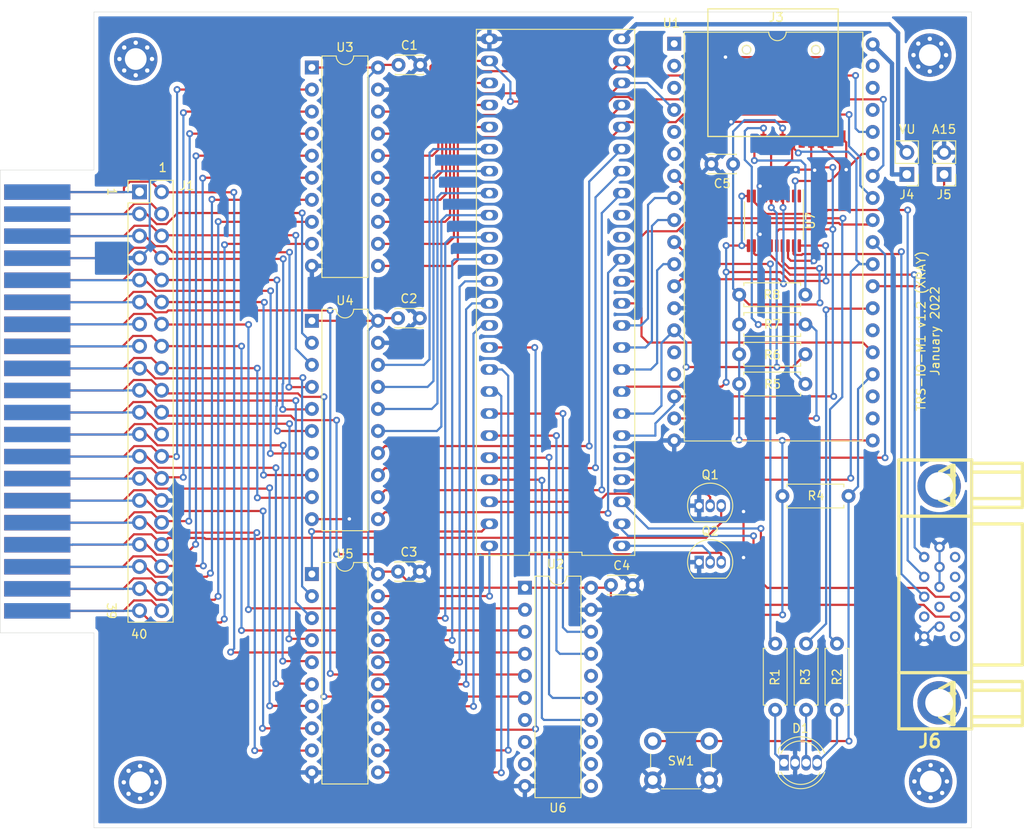
<source format=kicad_pcb>
(kicad_pcb (version 20211014) (generator pcbnew)
  (layers (0 "F.Cu" signal) (31 "B.Cu" signal) (34 "B.Paste" user) (35 "F.Paste" user) (36 "B.SilkS" user "B.Silkscreen") (37 "F.SilkS" user "F.Silkscreen") (38 "B.Mask" user) (39 "F.Mask" user) (44 "Edge.Cuts" user))
  (net 0 "")
  (net 1 "+5V")
  (net 2 "GND")
  (net 3 "+3V3")
  (net 4 "RAS_N")
  (net 5 "SYSRES_N")
  (net 6 "CAS_N")
  (net 7 "A10")
  (net 8 "A12")
  (net 9 "A13")
  (net 10 "A15")
  (net 11 "A11")
  (net 12 "A14")
  (net 13 "A8")
  (net 14 "OUT_N")
  (net 15 "WR_N")
  (net 16 "INTACK_N")
  (net 17 "RD_N")
  (net 18 "MUX")
  (net 19 "A9")
  (net 20 "D4")
  (net 21 "IN_N")
  (net 22 "D7")
  (net 23 "INT_N")
  (net 24 "D1")
  (net 25 "TEST_N")
  (net 26 "D6")
  (net 27 "A0")
  (net 28 "D3")
  (net 29 "A1")
  (net 30 "D5")
  (net 31 "D0")
  (net 32 "A4")
  (net 33 "D2")
  (net 34 "WAIT_N")
  (net 35 "A3")
  (net 36 "A5")
  (net 37 "A7")
  (net 38 "A6")
  (net 39 "5V")
  (net 40 "A2")
  (net 41 "WAIT")
  (net 43 "POT_VGA_BLUE")
  (net 44 "POT_VGA_GREEN")
  (net 45 "POT_VGA_RED")
  (net 47 "ESP_S0")
  (net 48 "ESP_S1")
  (net 49 "SCK")
  (net 50 "MOSI")
  (net 54 "VGA_HSYNC")
  (net 55 "VGA_VSYNC")
  (net 56 "READ_N")
  (net 57 "MISO")
  (net 58 "DD3")
  (net 59 "DD4")
  (net 60 "DD5")
  (net 61 "DD6")
  (net 62 "DD7")
  (net 63 "DD2")
  (net 64 "DD0")
  (net 65 "DD1")
  (net 66 "AA14")
  (net 67 "AA12")
  (net 68 "AA7")
  (net 69 "AA6")
  (net 70 "AA5")
  (net 71 "AA4")
  (net 72 "AA3")
  (net 73 "AA10")
  (net 74 "AA2")
  (net 75 "AA1")
  (net 76 "AA11")
  (net 77 "AA0")
  (net 78 "AA9")
  (net 79 "AA8")
  (net 80 "AA13")
  (net 81 "AA15")
  (net 82 "DBUS_SEL_N")
  (net 83 "BUTTON")
  (net 84 "LED_GREEN")
  (net 85 "LED_BLUE")
  (net 86 "LED_RED")
  (net 87 "Net-(D1-Pad4)")
  (net 88 "Net-(D1-Pad3)")
  (net 89 "Net-(D1-Pad1)")
  (net 90 "Net-(J3-Pad1)")
  (net 91 "CS_SD_CARD")
  (net 92 "Net-(J3-Pad8)")
  (net 94 "VU")
  (net 95 "FULL_ADDR")
  (net 96 "INT")
  (net 97 "DONE")
  (net 98 "VGA_RGB")
  (net 99 "CS_FPGA")
  (net 100 "ESP_S2")
  (net 103 "REQ")
  (net 107 "CS_MCP43x1")
  (net 108 "Z80_WR_N")
  (net 109 "Z80_RD_N")
  (net 110 "Z80_RAS_N")
  (net 111 "Z80_OUT_N")
  (net 112 "Z80_IN_N")
  (footprint "Connector_PinHeader_2.54mm:PinHeader_2x20_P2.54mm_Vertical" (layer "F.Cu") (at 118.839 68.7592)
    (fp_text reference "J1")
    (fp_text value "Conn_02x20_Odd_Even")
  )
  (footprint "TRS-IO-M1:TRSEDGE" (layer "F.Cu") (at 108.839 92.7862 90)
    (fp_text reference "J2" hide)
    (fp_text value "Conn_02x20_Odd_Even")
  )
  (footprint "Package_DIP:DIP-20_W7.62mm" (layer "F.Cu") (at 138.684 54.4322)
    (fp_text reference "U3")
    (fp_text value "74LVC245")
  )
  (footprint "Package_DIP:DIP-20_W7.62mm" (layer "F.Cu") (at 163.2204 114.3762)
    (fp_text reference "U6")
    (fp_text value "74LVC245")
  )
  (footprint "Package_DIP:DIP-20_W7.62mm" (layer "F.Cu") (at 138.684 112.8014)
    (fp_text reference "U5")
    (fp_text value "74LVC245")
  )
  (footprint "Resistor_THT:R_Axial_DIN0207_L6.3mm_D2.5mm_P7.62mm_Horizontal" (layer "F.Cu") (at 187.9 80.613)
    (fp_text reference "R8")
    (fp_text value "10K")
  )
  (footprint "Resistor_THT:R_Axial_DIN0207_L6.3mm_D2.5mm_P7.62mm_Horizontal" (layer "F.Cu") (at 187.9 84.042)
    (fp_text reference "R7")
    (fp_text value "10K")
  )
  (footprint "Resistor_THT:R_Axial_DIN0207_L6.3mm_D2.5mm_P7.62mm_Horizontal" (layer "F.Cu") (at 187.9 87.471)
    (fp_text reference "R6")
    (fp_text value "10K")
  )
  (footprint "TRS-IO-M1:DIP-48_600_ELL" (layer "F.Cu") (at 166.751 80.3402 90)
    (fp_text reference "U2")
    (fp_text value "Artix-7-15T")
  )
  (footprint "Package_TO_SOT_THT:TO-92_Inline" (layer "F.Cu") (at 183.2864 111.4298)
    (fp_text reference "Q2")
    (fp_text value "2N7000")
  )
  (footprint "Package_TO_SOT_THT:TO-92_Inline" (layer "F.Cu") (at 183.2864 104.9274)
    (fp_text reference "Q1")
    (fp_text value "2N7000")
  )
  (footprint "Capacitor_THT:C_Disc_D3.0mm_W2.0mm_P2.50mm" (layer "F.Cu") (at 148.6154 83.312)
    (fp_text reference "C2")
    (fp_text value "0.1uF")
  )
  (footprint "Capacitor_THT:C_Disc_D3.0mm_W2.0mm_P2.50mm" (layer "F.Cu") (at 148.6662 54.1274)
    (fp_text reference "C1")
    (fp_text value "0.1uF")
  )
  (footprint "Connector_PinHeader_2.54mm:PinHeader_1x02_P2.54mm_Vertical" (layer "F.Cu") (at 211.5 66.75 180)
    (fp_text reference "J5")
    (fp_text value "Conn_01x02_Male")
  )
  (footprint "Connector_PinHeader_2.54mm:PinHeader_1x02_P2.54mm_Vertical" (layer "F.Cu") (at 207.2064 66.75 180)
    (fp_text reference "J4")
    (fp_text value "Conn_01x02_Male")
  )
  (footprint "Capacitor_THT:C_Disc_D3.0mm_W2.0mm_P2.50mm" (layer "F.Cu") (at 187.2 65.55 180)
    (fp_text reference "C5")
    (fp_text value "0.1uF")
  )
  (footprint "Capacitor_THT:C_Disc_D3.0mm_W2.0mm_P2.50mm" (layer "F.Cu") (at 173.1264 114.0714)
    (fp_text reference "C4")
    (fp_text value "0.1uF")
  )
  (footprint "Capacitor_THT:C_Disc_D3.0mm_W2.0mm_P2.50mm" (layer "F.Cu") (at 148.6154 112.522)
    (fp_text reference "C3")
    (fp_text value "0.1uF")
  )
  (footprint "Resistor_THT:R_Axial_DIN0207_L6.3mm_D2.5mm_P7.62mm_Horizontal" (layer "F.Cu") (at 187.9 90.9)
    (fp_text reference "R5")
    (fp_text value "10K")
  )
  (footprint "TRS-IO-M1:TFP09-2-12B" (layer "F.Cu") (at 191.7954 52.3748 180)
    (fp_text reference "J3")
    (fp_text value "SD_Card")
  )
  (footprint "LED_THT:LED_D5.0mm-4_RGB" (layer "F.Cu") (at 193.0654 134.5438)
    (fp_text reference "D1")
    (fp_text value "LED_RCBG")
  )
  (footprint "Package_DIP:DIP-20_W7.62mm" (layer "F.Cu") (at 138.684 83.6168)
    (fp_text reference "U4")
    (fp_text value "74LVC245")
  )
  (footprint "Resistor_THT:R_Axial_DIN0207_L6.3mm_D2.5mm_P7.62mm_Horizontal" (layer "F.Cu") (at 195.6054 120.8278 -90)
    (fp_text reference "R3")
    (fp_text value "100")
  )
  (footprint "Resistor_THT:R_Axial_DIN0207_L6.3mm_D2.5mm_P7.62mm_Horizontal" (layer "F.Cu") (at 199.1614 120.8278 -90)
    (fp_text reference "R2")
    (fp_text value "100")
  )
  (footprint "TRS-IO-M1:DIP-38_W22.9mm" (layer "F.Cu") (at 180.4162 51.689)
    (fp_text reference "U1")
    (fp_text value "HiLetgo-ESP-32S")
  )
  (footprint "Resistor_THT:R_Axial_DIN0207_L6.3mm_D2.5mm_P7.62mm_Horizontal" (layer "F.Cu") (at 192.8749 103.8098)
    (fp_text reference "R4")
    (fp_text value "4K7")
  )
  (footprint "Button_Switch_THT:SW_PUSH_6mm_H9.5mm" (layer "F.Cu") (at 184.45 136.55 180)
    (fp_text reference "SW1")
    (fp_text value "SW_Push")
  )
  (footprint "Resistor_THT:R_Axial_DIN0207_L6.3mm_D2.5mm_P7.62mm_Horizontal" (layer "F.Cu") (at 192.0494 120.8278 -90)
    (fp_text reference "R1")
    (fp_text value "100")
  )
  (footprint "MountingHole:MountingHole_2.5mm_Pad_Via" (layer "F.Cu") (at 118.4 53.45)
    (fp_text reference "H1" hide)
    (fp_text value "MountingHole")
  )
  (footprint "MountingHole:MountingHole_2.5mm_Pad_Via" (layer "F.Cu") (at 209.85 53)
    (fp_text reference "H2" hide)
    (fp_text value "MountingHole")
  )
  (footprint "MountingHole:MountingHole_2.5mm_Pad_Via" (layer "F.Cu") (at 118.9 136.8)
    (fp_text reference "H3" hide)
    (fp_text value "MountingHole")
  )
  (footprint "MountingHole:MountingHole_2.5mm_Pad_Via" (layer "F.Cu") (at 209.95 136.7)
    (fp_text reference "H4" hide)
    (fp_text value "MountingHole")
  )
  (footprint "TRS-IO-M1:DB_15F-VGA" (layer "F.Cu") (at 213.4 115.15 90)
    (fp_text reference "J6")
    (fp_text value "DB15_Female_HighDensity" hide)
  )
  (footprint "Package_SO:TSSOP-20_4.4x6.5mm_P0.65mm" (layer "F.Cu") (at 191.9 72.1 -90)
    (fp_text reference "U7")
    (fp_text value "MCP43x1")
  )
  (gr_line (start 113.5889 142.0368) (end 214.65 142.0368) (layer "Edge.Cuts") (width 0.05))
  (gr_circle (center 196.75 52.4) (end 197 52.8) (layer "Edge.Cuts") (width 0.05) (fill none))
  (gr_line (start 102.7938 119.5832) (end 102.7938 66.2432) (layer "Edge.Cuts") (width 0.05))
  (gr_line (start 113.5889 66.2432) (end 113.5889 48.031) (layer "Edge.Cuts") (width 0.05))
  (gr_line (start 214.65 48.031) (end 214.65 142.0368) (layer "Edge.Cuts") (width 0.05))
  (gr_line (start 113.589 48.031) (end 214.65 48.031) (layer "Edge.Cuts") (width 0.05))
  (gr_line (start 113.5888 119.5832) (end 113.5888 142.0368) (layer "Edge.Cuts") (width 0.05))
  (gr_circle (center 188.75 52.4) (end 189 52.8) (layer "Edge.Cuts") (width 0.05) (fill none))
  (gr_line (start 102.7938 119.5832) (end 113.5888 119.5832) (layer "Edge.Cuts") (width 0.05))
  (gr_line (start 102.7938 66.2432) (end 113.5888 66.2432) (layer "Edge.Cuts") (width 0.05))
  (gr_text "1" (at 115.6462 68.7578 -90) (layer "F.SilkS") (effects (font (size 1 1))))
  (gr_text "40" (at 118.7958 119.7356) (layer "F.SilkS") (effects (font (size 1 1))))
  (gr_text "39" (at 115.5954 117.0432 -90) (layer "F.SilkS") (effects (font (size 1 1))))
  (gr_text "A15" (at 211.5 61.55) (layer "F.SilkS") (effects (font (size 1 1))))
  (gr_text "VU" (at 207.25 61.55) (layer "F.SilkS") (effects (font (size 1 1))))
  (gr_text "TRS-IO-M1 v1.2 (XRAY)\nJanuary 2022" (at 209.65 84.8 90) (layer "F.SilkS") (effects (font (size 1 1))))
  (gr_text "1" (at 121.5136 65.9638) (layer "F.SilkS") (effects (font (size 1 1))))
  (segment (start 205.5 53.9763) (end 203.2762 51.7525) (width 0.50038) (layer "B.Cu") (net 1))
  (segment (start 205.5 66.75) (end 205.5 53.9763) (width 0.50038) (layer "B.Cu") (net 1))
  (segment (start 207.2064 66.75) (end 205.5 66.75) (width 0.50038) (layer "B.Cu") (net 1))
  (segment (start 186.318811 53.231189) (end 199.089011 53.231189) (width 0.25) (layer "F.Cu") (net 2))
  (segment (start 186.957801 60.692199) (end 193.962799 60.692199) (width 0.25) (layer "F.Cu") (net 2))
  (segment (start 200.2245 66.2) (end 200.2245 63.0539) (width 0.25) (layer "F.Cu") (net 2))
  (segment (start 190.275 68.125) (end 190.3 68.1) (width 0.25) (layer "F.Cu") (net 2))
  (segment (start 184.9454 62.3748) (end 186.628001 60.692199) (width 0.25) (layer "F.Cu") (net 2))
  (segment (start 203.2762 64.389) (end 202.0355 64.389) (width 0.25) (layer "F.Cu") (net 2))
  (segment (start 194.4 66.2) (end 196.5242 66.2) (width 0.25) (layer "F.Cu") (net 2))
  (segment (start 188.4 105.6) (end 188.4 110.9) (width 0.25) (layer "F.Cu") (net 2))
  (segment (start 120.203999 113.304199) (end 121.379 114.4792) (width 0.25) (layer "F.Cu") (net 2))
  (segment (start 193.85 76.7) (end 196.5 76.7) (width 0.25) (layer "F.Cu") (net 2))
  (segment (start 199.5454 62.289798) (end 199.005401 61.749799) (width 0.25) (layer "F.Cu") (net 2))
  (segment (start 199.5454 62.3748) (end 199.5454 62.289798) (width 0.25) (layer "F.Cu") (net 2))
  (segment (start 142.9732 106.4768) (end 143 106.45) (width 0.25) (layer "F.Cu") (net 2))
  (segment (start 195.0954 61.8248) (end 195.0954 62.8748) (width 0.25) (layer "F.Cu") (net 2))
  (segment (start 186.628001 60.692199) (end 186.957801 60.692199) (width 0.25) (layer "F.Cu") (net 2))
  (segment (start 200.2245 63.0539) (end 199.5454 62.3748) (width 0.25) (layer "F.Cu") (net 2))
  (segment (start 196.5242 66.2) (end 196.5871 66.2629) (width 0.25) (layer "F.Cu") (net 2))
  (segment (start 195.170401 61.749799) (end 195.0954 61.8248) (width 0.25) (layer "F.Cu") (net 2))
  (segment (start 202.0355 64.389) (end 200.2245 66.2) (width 0.25) (layer "F.Cu") (net 2))
  (segment (start 190.275 69.2375) (end 190.925 69.2375) (width 0.25) (layer "F.Cu") (net 2))
  (segment (start 116.967 114.5032) (end 118.166001 113.304199) (width 0.25) (layer "F.Cu") (net 2))
  (segment (start 184.501789 53.231189) (end 186.318811 53.231189) (width 0.25) (layer "F.Cu") (net 2))
  (segment (start 193.962799 60.692199) (end 195.0954 61.8248) (width 0.25) (layer "F.Cu") (net 2))
  (segment (start 116.9924 104.3432) (end 118.191401 103.144199) (width 0.25) (layer "F.Cu") (net 2))
  (segment (start 190.275 73.675) (end 190.3 73.65) (width 0.25) (layer "F.Cu") (net 2))
  (segment (start 107.061 104.3432) (end 116.9924 104.3432) (width 0.25) (layer "F.Cu") (net 2))
  (segment (start 120.203999 103.144199) (end 121.379 104.3192) (width 0.25) (layer "F.Cu") (net 2))
  (segment (start 199.089011 53.231189) (end 199.5454 52.7748) (width 0.25) (layer "F.Cu") (net 2))
  (segment (start 193.525 76.375) (end 193.85 76.7) (width 0.25) (layer "F.Cu") (net 2))
  (segment (start 190.275 74.9625) (end 190.275 73.675) (width 0.25) (layer "F.Cu") (net 2))
  (segment (start 199.005401 61.749799) (end 195.170401 61.749799) (width 0.25) (layer "F.Cu") (net 2))
  (segment (start 107.061 114.5032) (end 116.967 114.5032) (width 0.25) (layer "F.Cu") (net 2))
  (segment (start 193.525 74.9625) (end 193.525 76.375) (width 0.25) (layer "F.Cu") (net 2))
  (segment (start 118.191401 103.144199) (end 120.203999 103.144199) (width 0.25) (layer "F.Cu") (net 2))
  (segment (start 190.275 69.2375) (end 190.275 68.125) (width 0.25) (layer "F.Cu") (net 2))
  (segment (start 138.684 106.4768) (end 142.9732 106.4768) (width 0.25) (layer "F.Cu") (net 2))
  (segment (start 118.166001 113.304199) (end 120.203999 113.304199) (width 0.25) (layer "F.Cu") (net 2))
  (segment (start 184.0454 52.7748) (end 184.501789 53.231189) (width 0.25) (layer "F.Cu") (net 2))
  (via (at 188.4 110.9) (size 0.8) (drill 0.4) (layers "F.Cu" "B.Cu") (net 2))
  (via (at 186.318811 53.231189) (size 0.8) (drill 0.4) (layers "F.Cu" "B.Cu") (net 2))
  (via (at 196.5871 66.2629) (size 0.8) (drill 0.4) (layers "F.Cu" "B.Cu") (net 2))
  (via (at 143 106.45) (size 0.8) (drill 0.4) (layers "F.Cu" "B.Cu") (net 2))
  (via (at 188.4 105.6) (size 0.8) (drill 0.4) (layers "F.Cu" "B.Cu") (net 2))
  (via (at 194.4 66.2) (size 0.8) (drill 0.4) (layers "F.Cu" "B.Cu") (net 2))
  (via (at 200.2245 66.2) (size 0.8) (drill 0.4) (layers "F.Cu" "B.Cu") (net 2))
  (via (at 186.957801 60.692199) (size 0.8) (drill 0.4) (layers "F.Cu" "B.Cu") (net 2))
  (via (at 190.3 73.65) (size 0.8) (drill 0.4) (layers "F.Cu" "B.Cu") (net 2))
  (via (at 196.5 76.7) (size 0.8) (drill 0.4) (layers "F.Cu" "B.Cu") (net 2))
  (via (at 190.3 68.1) (size 0.8) (drill 0.4) (layers "F.Cu" "B.Cu") (net 2))
  (segment (start 210.9743 109.69408) (end 210.9743 111.9877) (width 0.25) (layer "B.Cu") (net 2))
  (segment (start 118.839 76.3792) (end 120.014001 75.204199) (width 0.25) (layer "B.Cu") (net 2))
  (segment (start 210.35006 118.8584) (end 209.2096 119.99886) (width 0.25) (layer "B.Cu") (net 2))
  (segment (start 120.014001 66.214001) (end 120 66.2) (width 0.25) (layer "B.Cu") (net 2))
  (segment (start 210.9743 118.8584) (end 210.35006 118.8584) (width 0.25) (layer "B.Cu") (net 2))
  (segment (start 210.9743 111.9877) (end 210.9743 114.2864) (width 0.25) (layer "B.Cu") (net 2))
  (segment (start 120.014001 75.204199) (end 120.014001 66.214001) (width 0.25) (layer "B.Cu") (net 2))
  (segment (start 118.815 76.4032) (end 118.839 76.3792) (width 0.25) (layer "B.Cu") (net 2))
  (segment (start 107.061 76.4032) (end 118.815 76.4032) (width 0.25) (layer "B.Cu") (net 2))
  (segment (start 192.9 62.8702) (end 192.8954 62.8748) (width 0.25) (layer "F.Cu") (net 3))
  (segment (start 170.8404 114.3762) (end 172.8216 114.3762) (width 0.25) (layer "F.Cu") (net 3))
  (segment (start 197.1245 77.55) (end 193.65 77.55) (width 0.25) (layer "F.Cu") (net 3))
  (segment (start 146.6088 83.312) (end 146.304 83.6168) (width 0.25) (layer "F.Cu") (net 3))
  (segment (start 192.859 97.409) (end 187.959 97.409) (width 0.25) (layer "F.Cu") (net 3))
  (segment (start 197.2 81.55) (end 197.012489 81.737511) (width 0.25) (layer "F.Cu") (net 3))
  (segment (start 173.7 117.5) (end 173.1264 116.9264) (width 0.25) (layer "F.Cu") (net 3))
  (segment (start 148.6662 54.1274) (end 146.6088 54.1274) (width 0.25) (layer "F.Cu") (net 3))
  (segment (start 197.15 77.5755) (end 197.1245 77.55) (width 0.25) (layer "F.Cu") (net 3))
  (segment (start 197.012489 81.737511) (end 189.024511 81.737511) (width 0.25) (layer "F.Cu") (net 3))
  (segment (start 170.8404 114.3762) (end 163.2204 114.3762) (width 0.25) (layer "F.Cu") (net 3))
  (segment (start 203.2762 97.409) (end 192.859 97.409) (width 0.25) (layer "F.Cu") (net 3))
  (segment (start 187.959 97.409) (end 187.9 97.35) (width 0.25) (layer "F.Cu") (net 3))
  (segment (start 146.6088 54.1274) (end 146.304 54.4322) (width 0.25) (layer "F.Cu") (net 3))
  (segment (start 192.9 117.5) (end 173.7 117.5) (width 0.25) (layer "F.Cu") (net 3))
  (segment (start 146.304 54.4322) (end 138.684 54.4322) (width 0.25) (layer "F.Cu") (net 3))
  (segment (start 173.1264 116.9264) (end 173.1264 114.0714) (width 0.25) (layer "F.Cu") (net 3))
  (segment (start 148.6154 112.522) (end 146.5834 112.522) (width 0.25) (layer "F.Cu") (net 3))
  (segment (start 189.024511 81.737511) (end 187.9 80.613) (width 0.25) (layer "F.Cu") (net 3))
  (segment (start 163.2204 114.3762) (end 150.4696 114.3762) (width 0.25) (layer "F.Cu") (net 3))
  (segment (start 193.65 77.55) (end 192.875 76.775) (width 0.25) (layer "F.Cu") (net 3))
  (segment (start 192.875 76.775) (end 192.875 74.9625) (width 0.25) (layer "F.Cu") (net 3))
  (segment (start 146.5834 112.522) (end 146.304 112.8014) (width 0.25) (layer "F.Cu") (net 3))
  (segment (start 148.6154 83.312) (end 146.6088 83.312) (width 0.25) (layer "F.Cu") (net 3))
  (segment (start 192.9 61.416699) (end 192.9 62.8702) (width 0.25) (layer "F.Cu") (net 3))
  (segment (start 172.8216 114.3762) (end 173.1264 114.0714) (width 0.25) (layer "F.Cu") (net 3))
  (segment (start 150.4696 114.3762) (end 148.6154 112.522) (width 0.25) (layer "F.Cu") (net 3))
  (segment (start 146.304 83.6168) (end 138.684 83.6168) (width 0.25) (layer "F.Cu") (net 3))
  (via (at 197.2 81.55) (size 0.8) (drill 0.4) (layers "F.Cu" "B.Cu") (net 3))
  (via (at 192.9 117.5) (size 0.8) (drill 0.4) (layers "F.Cu" "B.Cu") (net 3))
  (via (at 192.9 61.416699) (size 0.8) (drill 0.4) (layers "F.Cu" "B.Cu") (net 3))
  (via (at 187.9 97.35) (size 0.8) (drill 0.4) (layers "F.Cu" "B.Cu") (net 3))
  (via (at 197.15 77.5755) (size 0.8) (drill 0.4) (layers "F.Cu" "B.Cu") (net 3))
  (via (at 192.859 97.409) (size 0.8) (drill 0.4) (layers "F.Cu" "B.Cu") (net 3))
  (segment (start 187.9 97.35) (end 187.9 90.9) (width 0.25) (layer "B.Cu") (net 3))
  (segment (start 197.15 81.5) (end 197.15 77.5755) (width 0.25) (layer "B.Cu") (net 3))
  (segment (start 145.179489 84.741311) (end 145.179489 111.676889) (width 0.25) (layer "B.Cu") (net 3))
  (segment (start 187.2 65.55) (end 187.2 61.8) (width 0.25) (layer "B.Cu") (net 3))
  (segment (start 197.2 81.55) (end 197.15 81.5) (width 0.25) (layer "B.Cu") (net 3))
  (segment (start 187.2 65.55) (end 187.2 79.913) (width 0.25) (layer "B.Cu") (net 3))
  (segment (start 188.5 60.5) (end 191.983301 60.5) (width 0.25) (layer "B.Cu") (net 3))
  (segment (start 192.8749 97.4249) (end 192.859 97.409) (width 0.25) (layer "B.Cu") (net 3))
  (segment (start 146.304 54.4322) (end 145.179489 55.556711) (width 0.25) (layer "B.Cu") (net 3))
  (segment (start 187.9 84.042) (end 187.9 87.471) (width 0.25) (layer "B.Cu") (net 3))
  (segment (start 145.179489 55.556711) (end 145.179489 82.492289) (width 0.25) (layer "B.Cu") (net 3))
  (segment (start 187.2 61.8) (end 188.5 60.5) (width 0.25) (layer "B.Cu") (net 3))
  (segment (start 192.8749 103.8098) (end 192.8749 117.4749) (width 0.25) (layer "B.Cu") (net 3))
  (segment (start 192.8749 117.4749) (end 192.9 117.5) (width 0.25) (layer "B.Cu") (net 3))
  (segment (start 187.9 80.613) (end 187.9 84.042) (width 0.25) (layer "B.Cu") (net 3))
  (segment (start 145.179489 82.492289) (end 146.304 83.6168) (width 0.25) (layer "B.Cu") (net 3))
  (segment (start 187.9 87.471) (end 187.9 90.9) (width 0.25) (layer "B.Cu") (net 3))
  (segment (start 187.2 79.913) (end 187.9 80.613) (width 0.25) (layer "B.Cu") (net 3))
  (segment (start 146.304 83.6168) (end 145.179489 84.741311) (width 0.25) (layer "B.Cu") (net 3))
  (segment (start 192.8749 103.8098) (end 192.8749 97.4249) (width 0.25) (layer "B.Cu") (net 3))
  (segment (start 145.179489 111.676889) (end 146.304 112.8014) (width 0.25) (layer "B.Cu") (net 3))
  (segment (start 191.983301 60.5) (end 192.9 61.416699) (width 0.25) (layer "B.Cu") (net 3))
  (segment (start 129.6924 68.8086) (end 121.4284 68.8086) (width 0.25) (layer "F.Cu") (net 4))
  (segment (start 163.060599 121.836399) (end 129.380199 121.836399) (width 0.25) (layer "F.Cu") (net 4))
  (segment (start 129.380199 121.836399) (end 129.3368 121.793) (width 0.25) (layer "F.Cu") (net 4))
  (segment (start 120.203999 67.584199) (end 121.379 68.7592) (width 0.25) (layer "F.Cu") (net 4))
  (segment (start 117.728999 67.584199) (end 120.203999 67.584199) (width 0.25) (layer "F.Cu") (net 4))
  (segment (start 121.4284 68.8086) (end 121.379 68.7592) (width 0.25) (layer "F.Cu") (net 4))
  (segment (start 117.0432 68.7832) (end 117.0432 68.269998) (width 0.25) (layer "F.Cu") (net 4))
  (segment (start 163.2204 121.9962) (end 163.060599 121.836399) (width 0.25) (layer "F.Cu") (net 4))
  (segment (start 117.0432 68.269998) (end 117.728999 67.584199) (width 0.25) (layer "F.Cu") (net 4))
  (segment (start 107.061 68.7832) (end 117.0432 68.7832) (width 0.25) (layer "F.Cu") (net 4))
  (via (at 129.6924 68.8086) (size 0.8) (drill 0.4) (layers "F.Cu" "B.Cu") (net 4))
  (via (at 129.3368 121.793) (size 0.8) (drill 0.4) (layers "F.Cu" "B.Cu") (net 4))
  (segment (start 129.736799 121.393001) (end 129.736799 68.852999) (width 0.25) (layer "B.Cu") (net 4))
  (segment (start 129.736799 68.852999) (end 129.6924 68.8086) (width 0.25) (layer "B.Cu") (net 4))
  (segment (start 129.3368 121.793) (end 129.736799 121.393001) (width 0.25) (layer "B.Cu") (net 4))
  (segment (start 118.815 68.7832) (end 118.839 68.7592) (width 0.25) (layer "B.Cu") (net 5))
  (segment (start 107.061 68.7832) (end 118.815 68.7832) (width 0.25) (layer "B.Cu") (net 5))
  (segment (start 107.061 71.3232) (end 117.0432 71.3232) (width 0.25) (layer "F.Cu") (net 6))
  (segment (start 118.242201 70.124199) (end 120.203999 70.124199) (width 0.25) (layer "F.Cu") (net 6))
  (segment (start 120.203999 70.124199) (end 121.379 71.2992) (width 0.25) (layer "F.Cu") (net 6))
  (segment (start 117.0432 71.3232) (end 118.242201 70.124199) (width 0.25) (layer "F.Cu") (net 6))
  (segment (start 121.943001 72.474201) (end 120.814999 72.474201) (width 0.25) (layer "F.Cu") (net 7))
  (segment (start 119.639998 71.2992) (end 118.839 71.2992) (width 0.25) (layer "F.Cu") (net 7))
  (segment (start 123.221002 71.1962) (end 121.943001 72.474201) (width 0.25) (layer "F.Cu") (net 7))
  (segment (start 120.814999 72.474201) (end 119.639998 71.2992) (width 0.25) (layer "F.Cu") (net 7))
  (segment (start 137.5664 71.1962) (end 123.221002 71.1962) (width 0.25) (layer "F.Cu") (net 7))
  (via (at 137.5664 71.1962) (size 0.8) (drill 0.4) (layers "F.Cu" "B.Cu") (net 7))
  (segment (start 138.684 86.1568) (end 137.558999 85.031799) (width 0.25) (layer "B.Cu") (net 7))
  (segment (start 137.558999 85.031799) (end 137.558999 71.203601) (width 0.25) (layer "B.Cu") (net 7))
  (segment (start 107.061 71.3232) (end 118.815 71.3232) (width 0.25) (layer "B.Cu") (net 7))
  (segment (start 137.558999 71.203601) (end 137.5664 71.1962) (width 0.25) (layer "B.Cu") (net 7))
  (segment (start 118.815 71.3232) (end 118.839 71.2992) (width 0.25) (layer "B.Cu") (net 7))
  (segment (start 117.0432 73.8632) (end 118.242201 72.664199) (width 0.25) (layer "F.Cu") (net 8))
  (segment (start 136.833999 73.7616) (end 121.4566 73.7616) (width 0.25) (layer "F.Cu") (net 8))
  (segment (start 121.4566 73.7616) (end 121.379 73.8392) (width 0.25) (layer "F.Cu") (net 8))
  (segment (start 118.242201 72.664199) (end 120.203999 72.664199) (width 0.25) (layer "F.Cu") (net 8))
  (segment (start 107.061 73.8632) (end 117.0432 73.8632) (width 0.25) (layer "F.Cu") (net 8))
  (segment (start 120.203999 72.664199) (end 121.379 73.8392) (width 0.25) (layer "F.Cu") (net 8))
  (via (at 136.833999 73.7616) (size 0.8) (drill 0.4) (layers "F.Cu" "B.Cu") (net 8))
  (segment (start 138.684 88.6968) (end 136.833999 86.846799) (width 0.25) (layer "B.Cu") (net 8))
  (segment (start 136.833999 86.846799) (end 136.833999 73.7616) (width 0.25) (layer "B.Cu") (net 8))
  (segment (start 138.6586 91.2622) (end 138.684 91.2368) (width 0.25) (layer "F.Cu") (net 9))
  (segment (start 121.943001 75.014201) (end 120.650411 75.014201) (width 0.25) (layer "F.Cu") (net 9))
  (segment (start 136.108999 75.7174) (end 122.6462 75.7174) (width 0.25) (layer "F.Cu") (net 9))
  (segment (start 136.0424 91.2622) (end 138.6586 91.2622) (width 0.25) (layer "F.Cu") (net 9))
  (segment (start 122.6462 75.7174) (end 121.943001 75.014201) (width 0.25) (layer "F.Cu") (net 9))
  (segment (start 119.47541 73.8392) (end 118.839 73.8392) (width 0.25) (layer "F.Cu") (net 9))
  (segment (start 120.650411 75.014201) (end 119.47541 73.8392) (width 0.25) (layer "F.Cu") (net 9))
  (via (at 136.0424 91.2622) (size 0.8) (drill 0.4) (layers "F.Cu" "B.Cu") (net 9))
  (via (at 136.108999 75.7174) (size 0.8) (drill 0.4) (layers "F.Cu" "B.Cu") (net 9))
  (segment (start 136.108999 91.195601) (end 136.0424 91.2622) (width 0.25) (layer "B.Cu") (net 9))
  (segment (start 107.061 73.8632) (end 118.815 73.8632) (width 0.25) (layer "B.Cu") (net 9))
  (segment (start 136.108999 75.7174) (end 136.108999 91.195601) (width 0.25) (layer "B.Cu") (net 9))
  (segment (start 118.815 73.8632) (end 118.839 73.8392) (width 0.25) (layer "B.Cu") (net 9))
  (segment (start 116.9924 76.4032) (end 118.191401 75.204199) (width 0.25) (layer "F.Cu") (net 10))
  (segment (start 120.203999 75.204199) (end 121.379 76.3792) (width 0.25) (layer "F.Cu") (net 10))
  (segment (start 121.481533 76.481733) (end 121.379 76.3792) (width 0.25) (layer "F.Cu") (net 10))
  (segment (start 107.061 76.4032) (end 116.9924 76.4032) (width 0.25) (layer "F.Cu") (net 10))
  (segment (start 135.3312 93.8276) (end 138.6332 93.8276) (width 0.25) (layer "F.Cu") (net 10))
  (segment (start 118.191401 75.204199) (end 120.203999 75.204199) (width 0.25) (layer "F.Cu") (net 10))
  (segment (start 138.6332 93.8276) (end 138.684 93.7768) (width 0.25) (layer "F.Cu") (net 10))
  (segment (start 135.383999 76.481733) (end 121.481533 76.481733) (width 0.25) (layer "F.Cu") (net 10))
  (via (at 135.3312 93.8276) (size 0.8) (drill 0.4) (layers "F.Cu" "B.Cu") (net 10))
  (via (at 135.383999 76.481733) (size 0.8) (drill 0.4) (layers "F.Cu" "B.Cu") (net 10))
  (segment (start 135.317399 90.914199) (end 135.317399 93.813799) (width 0.25) (layer "B.Cu") (net 10))
  (segment (start 135.317399 93.813799) (end 135.3312 93.8276) (width 0.25) (layer "B.Cu") (net 10))
  (segment (start 135.383999 90.847599) (end 135.317399 90.914199) (width 0.25) (layer "B.Cu") (net 10))
  (segment (start 135.383999 76.481733) (end 135.383999 90.847599) (width 0.25) (layer "B.Cu") (net 10))
  (segment (start 116.9416 78.9432) (end 118.140601 77.744199) (width 0.25) (layer "F.Cu") (net 11))
  (segment (start 121.3804 78.9178) (end 121.379 78.9192) (width 0.25) (layer "F.Cu") (net 11))
  (segment (start 107.061 78.9432) (end 116.9416 78.9432) (width 0.25) (layer "F.Cu") (net 11))
  (segment (start 134.658999 78.9178) (end 121.3804 78.9178) (width 0.25) (layer "F.Cu") (net 11))
  (segment (start 118.140601 77.744199) (end 120.203999 77.744199) (width 0.25) (layer "F.Cu") (net 11))
  (segment (start 134.7216 96.3168) (end 138.684 96.3168) (width 0.25) (layer "F.Cu") (net 11))
  (segment (start 120.203999 77.744199) (end 121.379 78.9192) (width 0.25) (layer "F.Cu") (net 11))
  (via (at 134.658999 78.9178) (size 0.8) (drill 0.4) (layers "F.Cu" "B.Cu") (net 11))
  (via (at 134.7216 96.3168) (size 0.8) (drill 0.4) (layers "F.Cu" "B.Cu") (net 11))
  (segment (start 134.658999 78.9178) (end 134.658999 93.426799) (width 0.25) (layer "B.Cu") (net 11))
  (segment (start 134.606199 93.479599) (end 134.606199 96.201399) (width 0.25) (layer "B.Cu") (net 11))
  (segment (start 134.658999 93.426799) (end 134.606199 93.479599) (width 0.25) (layer "B.Cu") (net 11))
  (segment (start 134.606199 96.201399) (end 134.7216 96.3168) (width 0.25) (layer "B.Cu") (net 11))
  (segment (start 119.47541 78.9192) (end 118.839 78.9192) (width 0.25) (layer "F.Cu") (net 12))
  (segment (start 133.933999 80.1624) (end 120.71861 80.1624) (width 0.25) (layer "F.Cu") (net 12))
  (segment (start 133.9088 98.9076) (end 138.6332 98.9076) (width 0.25) (layer "F.Cu") (net 12))
  (segment (start 138.6332 98.9076) (end 138.684 98.8568) (width 0.25) (layer "F.Cu") (net 12))
  (segment (start 120.71861 80.1624) (end 119.47541 78.9192) (width 0.25) (layer "F.Cu") (net 12))
  (via (at 133.933999 80.1624) (size 0.8) (drill 0.4) (layers "F.Cu" "B.Cu") (net 12))
  (via (at 133.9088 98.9076) (size 0.8) (drill 0.4) (layers "F.Cu" "B.Cu") (net 12))
  (segment (start 133.933999 80.1624) (end 133.933999 98.882401) (width 0.25) (layer "B.Cu") (net 12))
  (segment (start 118.815 78.9432) (end 118.839 78.9192) (width 0.25) (layer "B.Cu") (net 12))
  (segment (start 107.061 78.9432) (end 118.815 78.9432) (width 0.25) (layer "B.Cu") (net 12))
  (segment (start 133.933999 98.882401) (end 133.9088 98.9076) (width 0.25) (layer "B.Cu") (net 12))
  (segment (start 133.1214 101.3968) (end 138.684 101.3968) (width 0.25) (layer "F.Cu") (net 13))
  (segment (start 107.061 81.4832) (end 116.9416 81.4832) (width 0.25) (layer "F.Cu") (net 13))
  (segment (start 133.184999 81.4592) (end 133.208999 81.4832) (width 0.25) (layer "F.Cu") (net 13))
  (segment (start 121.379 81.4592) (end 133.184999 81.4592) (width 0.25) (layer "F.Cu") (net 13))
  (segment (start 118.140601 80.284199) (end 120.203999 80.284199) (width 0.25) (layer "F.Cu") (net 13))
  (segment (start 120.203999 80.284199) (end 121.379 81.4592) (width 0.25) (layer "F.Cu") (net 13))
  (segment (start 116.9416 81.4832) (end 118.140601 80.284199) (width 0.25) (layer "F.Cu") (net 13))
  (via (at 133.1214 101.3968) (size 0.8) (drill 0.4) (layers "F.Cu" "B.Cu") (net 13))
  (via (at 133.208999 81.4832) (size 0.8) (drill 0.4) (layers "F.Cu" "B.Cu") (net 13))
  (segment (start 133.1214 81.570799) (end 133.1214 101.3968) (width 0.25) (layer "B.Cu") (net 13))
  (segment (start 133.208999 81.4832) (end 133.1214 81.570799) (width 0.25) (layer "B.Cu") (net 13))
  (segment (start 140.925599 124.376399) (end 140.806 124.2568) (width 0.25) (layer "F.Cu") (net 14))
  (segment (start 163.2204 124.5362) (end 163.060599 124.376399) (width 0.25) (layer "F.Cu") (net 14))
  (segment (start 119.47541 81.4592) (end 118.839 81.4592) (width 0.25) (layer "F.Cu") (net 14))
  (segment (start 122.154202 82.423) (end 121.943001 82.634201) (width 0.25) (layer "F.Cu") (net 14))
  (segment (start 121.943001 82.634201) (end 120.650411 82.634201) (width 0.25) (layer "F.Cu") (net 14))
  (segment (start 120.650411 82.634201) (end 119.47541 81.4592) (width 0.25) (layer "F.Cu") (net 14))
  (segment (start 140.7922 82.423) (end 122.154202 82.423) (width 0.25) (layer "F.Cu") (net 14))
  (segment (start 163.060599 124.376399) (end 140.925599 124.376399) (width 0.25) (layer "F.Cu") (net 14))
  (via (at 140.7922 82.423) (size 0.8) (drill 0.4) (layers "F.Cu" "B.Cu") (net 14))
  (via (at 140.806 124.2568) (size 0.8) (drill 0.4) (layers "F.Cu" "B.Cu") (net 14))
  (segment (start 140.806 82.4368) (end 140.7922 82.423) (width 0.25) (layer "B.Cu") (net 14))
  (segment (start 118.815 81.4832) (end 118.839 81.4592) (width 0.25) (layer "B.Cu") (net 14))
  (segment (start 140.806 124.2568) (end 140.806 82.4368) (width 0.25) (layer "B.Cu") (net 14))
  (segment (start 107.061 81.4832) (end 118.815 81.4832) (width 0.25) (layer "B.Cu") (net 14))
  (segment (start 131.514801 116.756399) (end 131.3804 116.8908) (width 0.25) (layer "F.Cu") (net 15))
  (segment (start 118.191401 82.824199) (end 120.203999 82.824199) (width 0.25) (layer "F.Cu") (net 15))
  (segment (start 163.2204 116.9162) (end 163.060599 116.756399) (width 0.25) (layer "F.Cu") (net 15))
  (segment (start 163.060599 116.756399) (end 131.514801 116.756399) (width 0.25) (layer "F.Cu") (net 15))
  (segment (start 121.4284 84.0486) (end 121.379 83.9992) (width 0.25) (layer "F.Cu") (net 15))
  (segment (start 107.061 84.0232) (end 116.9924 84.0232) (width 0.25) (layer "F.Cu") (net 15))
  (segment (start 131.3942 84.0486) (end 121.4284 84.0486) (width 0.25) (layer "F.Cu") (net 15))
  (segment (start 120.203999 82.824199) (end 121.379 83.9992) (width 0.25) (layer "F.Cu") (net 15))
  (segment (start 116.9924 84.0232) (end 118.191401 82.824199) (width 0.25) (layer "F.Cu") (net 15))
  (via (at 131.3804 116.8908) (size 0.8) (drill 0.4) (layers "F.Cu" "B.Cu") (net 15))
  (via (at 131.3942 84.0486) (size 0.8) (drill 0.4) (layers "F.Cu" "B.Cu") (net 15))
  (segment (start 131.3804 84.0624) (end 131.3942 84.0486) (width 0.25) (layer "B.Cu") (net 15))
  (segment (start 131.3804 116.8908) (end 131.3804 84.0624) (width 0.25) (layer "B.Cu") (net 15))
  (segment (start 107.061 84.0232) (end 118.815 84.0232) (width 0.25) (layer "B.Cu") (net 16))
  (segment (start 118.815 84.0232) (end 118.839 83.9992) (width 0.25) (layer "B.Cu") (net 16))
  (segment (start 130.588801 119.296399) (end 130.5814 119.3038) (width 0.25) (layer "F.Cu") (net 17))
  (segment (start 118.089801 85.364199) (end 120.203999 85.364199) (width 0.25) (layer "F.Cu") (net 17))
  (segment (start 120.203999 85.364199) (end 121.379 86.5392) (width 0.25) (layer "F.Cu") (net 17))
  (segment (start 130.5814 86.5378) (end 121.3804 86.5378) (width 0.25) (layer "F.Cu") (net 17))
  (segment (start 116.8908 86.5632) (end 118.089801 85.364199) (width 0.25) (layer "F.Cu") (net 17))
  (segment (start 107.061 86.5632) (end 116.8908 86.5632) (width 0.25) (layer "F.Cu") (net 17))
  (segment (start 163.2204 119.4562) (end 163.060599 119.296399) (width 0.25) (layer "F.Cu") (net 17))
  (segment (start 163.060599 119.296399) (end 130.588801 119.296399) (width 0.25) (layer "F.Cu") (net 17))
  (segment (start 121.3804 86.5378) (end 121.379 86.5392) (width 0.25) (layer "F.Cu") (net 17))
  (via (at 130.5814 119.3038) (size 0.8) (drill 0.4) (layers "F.Cu" "B.Cu") (net 17))
  (via (at 130.5814 86.5378) (size 0.8) (drill 0.4) (layers "F.Cu" "B.Cu") (net 17))
  (segment (start 130.5814 119.3038) (end 130.5814 86.5378) (width 0.25) (layer "B.Cu") (net 17))
  (segment (start 118.815 86.5632) (end 118.839 86.5392) (width 0.25) (layer "B.Cu") (net 18))
  (segment (start 107.061 86.5632) (end 118.815 86.5632) (width 0.25) (layer "B.Cu") (net 18))
  (segment (start 132.395 89.0792) (end 132.3964 89.0778) (width 0.25) (layer "F.Cu") (net 19))
  (segment (start 107.061 89.1032) (end 116.9924 89.1032) (width 0.25) (layer "F.Cu") (net 19))
  (segment (start 138.6078 104.013) (end 138.684 103.9368) (width 0.25) (layer "F.Cu") (net 19))
  (segment (start 118.191401 87.904199) (end 120.203999 87.904199) (width 0.25) (layer "F.Cu") (net 19))
  (segment (start 120.203999 87.904199) (end 121.379 89.0792) (width 0.25) (layer "F.Cu") (net 19))
  (segment (start 116.9924 89.1032) (end 118.191401 87.904199) (width 0.25) (layer "F.Cu") (net 19))
  (segment (start 132.4102 104.013) (end 138.6078 104.013) (width 0.25) (layer "F.Cu") (net 19))
  (segment (start 121.379 89.0792) (end 132.395 89.0792) (width 0.25) (layer "F.Cu") (net 19))
  (via (at 132.4102 104.013) (size 0.8) (drill 0.4) (layers "F.Cu" "B.Cu") (net 19))
  (via (at 132.3964 89.0778) (size 0.8) (drill 0.4) (layers "F.Cu" "B.Cu") (net 19))
  (segment (start 132.3964 103.9992) (end 132.4102 104.013) (width 0.25) (layer "B.Cu") (net 19))
  (segment (start 132.3964 89.0778) (end 132.3964 103.9992) (width 0.25) (layer "B.Cu") (net 19))
  (segment (start 119.47541 89.0792) (end 118.839 89.0792) (width 0.25) (layer "F.Cu") (net 20))
  (segment (start 137.6426 90.17) (end 137.558399 90.254201) (width 0.25) (layer "F.Cu") (net 20))
  (segment (start 137.558399 90.254201) (end 120.650411 90.254201) (width 0.25) (layer "F.Cu") (net 20))
  (segment (start 120.650411 90.254201) (end 119.47541 89.0792) (width 0.25) (layer "F.Cu") (net 20))
  (via (at 137.6426 90.17) (size 0.8) (drill 0.4) (layers "F.Cu" "B.Cu") (net 20))
  (segment (start 138.684 115.3414) (end 137.558999 114.216399) (width 0.25) (layer "B.Cu") (net 20))
  (segment (start 107.061 89.1032) (end 118.815 89.1032) (width 0.25) (layer "B.Cu") (net 20))
  (segment (start 137.558999 114.216399) (end 137.558999 90.253601) (width 0.25) (layer "B.Cu") (net 20))
  (segment (start 118.815 89.1032) (end 118.839 89.0792) (width 0.25) (layer "B.Cu") (net 20))
  (segment (start 137.558999 90.253601) (end 137.6426 90.17) (width 0.25) (layer "B.Cu") (net 20))
  (segment (start 137.475201 92.3798) (end 137.082602 91.987201) (width 0.25) (layer "F.Cu") (net 21))
  (segment (start 120.203999 90.444199) (end 121.379 91.6192) (width 0.25) (layer "F.Cu") (net 21))
  (segment (start 107.061 91.6432) (end 116.967 91.6432) (width 0.25) (layer "F.Cu") (net 21))
  (segment (start 116.967 91.6432) (end 118.166001 90.444199) (width 0.25) (layer "F.Cu") (net 21))
  (segment (start 140.088401 126.916399) (end 140.081 126.9238) (width 0.25) (layer "F.Cu") (net 21))
  (segment (start 118.166001 90.444199) (end 120.203999 90.444199) (width 0.25) (layer "F.Cu") (net 21))
  (segment (start 140.081 92.3798) (end 137.475201 92.3798) (width 0.25) (layer "F.Cu") (net 21))
  (segment (start 121.747001 91.987201) (end 121.379 91.6192) (width 0.25) (layer "F.Cu") (net 21))
  (segment (start 137.082602 91.987201) (end 121.747001 91.987201) (width 0.25) (layer "F.Cu") (net 21))
  (segment (start 163.060599 126.916399) (end 140.088401 126.916399) (width 0.25) (layer "F.Cu") (net 21))
  (segment (start 163.2204 127.0762) (end 163.060599 126.916399) (width 0.25) (layer "F.Cu") (net 21))
  (via (at 140.081 92.3798) (size 0.8) (drill 0.4) (layers "F.Cu" "B.Cu") (net 21))
  (via (at 140.081 126.9238) (size 0.8) (drill 0.4) (layers "F.Cu" "B.Cu") (net 21))
  (segment (start 140.081 126.9238) (end 140.081 92.3798) (width 0.25) (layer "B.Cu") (net 21))
  (segment (start 119.639998 91.6192) (end 118.839 91.6192) (width 0.25) (layer "F.Cu") (net 22))
  (segment (start 136.833999 92.8116) (end 120.832398 92.8116) (width 0.25) (layer "F.Cu") (net 22))
  (segment (start 120.832398 92.8116) (end 119.639998 91.6192) (width 0.25) (layer "F.Cu") (net 22))
  (via (at 136.833999 92.8116) (size 0.8) (drill 0.4) (layers "F.Cu" "B.Cu") (net 22))
  (segment (start 138.684 117.8814) (end 136.833999 116.031399) (width 0.25) (layer "B.Cu") (net 22))
  (segment (start 107.061 91.6432) (end 118.815 91.6432) (width 0.25) (layer "B.Cu") (net 22))
  (segment (start 118.815 91.6432) (end 118.839 91.6192) (width 0.25) (layer "B.Cu") (net 22))
  (segment (start 136.833999 116.031399) (end 136.833999 92.8116) (width 0.25) (layer "B.Cu") (net 22))
  (segment (start 141.531 95.0722) (end 136.775601 95.0722) (width 0.25) (layer "F.Cu") (net 23))
  (segment (start 118.115201 92.984199) (end 120.203999 92.984199) (width 0.25) (layer "F.Cu") (net 23))
  (segment (start 136.775601 95.0722) (end 136.256002 94.552601) (width 0.25) (layer "F.Cu") (net 23))
  (segment (start 176.278008 110.35479) (end 176.117398 110.5154) (width 0.25) (layer "F.Cu") (net 23))
  (segment (start 136.256002 94.552601) (end 121.772401 94.552601) (width 0.25) (layer "F.Cu") (net 23))
  (segment (start 185.8264 111.4298) (end 185.8264 110.4298) (width 0.25) (layer "F.Cu") (net 23))
  (segment (start 120.203999 92.984199) (end 121.379 94.1592) (width 0.25) (layer "F.Cu") (net 23))
  (segment (start 121.772401 94.552601) (end 121.379 94.1592) (width 0.25) (layer "F.Cu") (net 23))
  (segment (start 176.117398 110.5154) (end 141.531 110.5154) (width 0.25) (layer "F.Cu") (net 23))
  (segment (start 116.9162 94.1832) (end 118.115201 92.984199) (width 0.25) (layer "F.Cu") (net 23))
  (segment (start 185.75139 110.35479) (end 176.278008 110.35479) (width 0.25) (layer "F.Cu") (net 23))
  (segment (start 185.8264 110.4298) (end 185.75139 110.35479) (width 0.25) (layer "F.Cu") (net 23))
  (segment (start 107.061 94.1832) (end 116.9162 94.1832) (width 0.25) (layer "F.Cu") (net 23))
  (via (at 141.531 95.0722) (size 0.8) (drill 0.4) (layers "F.Cu" "B.Cu") (net 23))
  (via (at 141.531 110.5154) (size 0.8) (drill 0.4) (layers "F.Cu" "B.Cu") (net 23))
  (segment (start 141.531 110.5154) (end 141.531 95.0722) (width 0.25) (layer "B.Cu") (net 23))
  (segment (start 120.959398 95.4786) (end 136.108999 95.4786) (width 0.25) (layer "F.Cu") (net 24))
  (segment (start 119.639998 94.1592) (end 120.959398 95.4786) (width 0.25) (layer "F.Cu") (net 24))
  (segment (start 138.5316 120.269) (end 138.684 120.4214) (width 0.25) (layer "F.Cu") (net 24))
  (segment (start 136.0424 120.269) (end 138.5316 120.269) (width 0.25) (layer "F.Cu") (net 24))
  (segment (start 118.839 94.1592) (end 119.639998 94.1592) (width 0.25) (layer "F.Cu") (net 24))
  (via (at 136.0424 120.269) (size 0.8) (drill 0.4) (layers "F.Cu" "B.Cu") (net 24))
  (via (at 136.108999 95.4786) (size 0.8) (drill 0.4) (layers "F.Cu" "B.Cu") (net 24))
  (segment (start 107.061 94.1832) (end 118.815 94.1832) (width 0.25) (layer "B.Cu") (net 24))
  (segment (start 136.108999 95.4786) (end 136.108999 120.202401) (width 0.25) (layer "B.Cu") (net 24))
  (segment (start 118.815 94.1832) (end 118.839 94.1592) (width 0.25) (layer "B.Cu") (net 24))
  (segment (start 136.108999 120.202401) (end 136.0424 120.269) (width 0.25) (layer "B.Cu") (net 24))
  (segment (start 120.203999 95.524199) (end 121.379 96.6992) (width 0.25) (layer "F.Cu") (net 25))
  (segment (start 118.267601 95.524199) (end 120.203999 95.524199) (width 0.25) (layer "F.Cu") (net 25))
  (segment (start 117.0686 96.7232) (end 118.267601 95.524199) (width 0.25) (layer "F.Cu") (net 25))
  (segment (start 107.061 96.7232) (end 117.0686 96.7232) (width 0.25) (layer "F.Cu") (net 25))
  (segment (start 119.639998 96.6992) (end 120.908598 97.9678) (width 0.25) (layer "F.Cu") (net 26))
  (segment (start 135.3312 122.8344) (end 138.557 122.8344) (width 0.25) (layer "F.Cu") (net 26))
  (segment (start 120.908598 97.9678) (end 135.383999 97.9678) (width 0.25) (layer "F.Cu") (net 26))
  (segment (start 118.839 96.6992) (end 119.639998 96.6992) (width 0.25) (layer "F.Cu") (net 26))
  (segment (start 138.557 122.8344) (end 138.684 122.9614) (width 0.25) (layer "F.Cu") (net 26))
  (via (at 135.3312 122.8344) (size 0.8) (drill 0.4) (layers "F.Cu" "B.Cu") (net 26))
  (via (at 135.383999 97.9678) (size 0.8) (drill 0.4) (layers "F.Cu" "B.Cu") (net 26))
  (segment (start 107.061 96.7232) (end 118.815 96.7232) (width 0.25) (layer "B.Cu") (net 26))
  (segment (start 135.317399 122.820599) (end 135.3312 122.8344) (width 0.25) (layer "B.Cu") (net 26))
  (segment (start 118.815 96.7232) (end 118.839 96.6992) (width 0.25) (layer "B.Cu") (net 26))
  (segment (start 135.317399 98.600085) (end 135.317399 122.820599) (width 0.25) (layer "B.Cu") (net 26))
  (segment (start 135.383999 98.533485) (end 135.317399 98.600085) (width 0.25) (layer "B.Cu") (net 26))
  (segment (start 135.383999 97.9678) (end 135.383999 98.533485) (width 0.25) (layer "B.Cu") (net 26))
  (segment (start 121.403 99.2632) (end 121.379 99.2392) (width 0.25) (layer "F.Cu") (net 27))
  (segment (start 118.216801 98.064199) (end 120.203999 98.064199) (width 0.25) (layer "F.Cu") (net 27))
  (segment (start 117.0178 99.2632) (end 118.216801 98.064199) (width 0.25) (layer "F.Cu") (net 27))
  (segment (start 123.0884 99.2632) (end 121.403 99.2632) (width 0.25) (layer "F.Cu") (net 27))
  (segment (start 120.203999 98.064199) (end 121.379 99.2392) (width 0.25) (layer "F.Cu") (net 27))
  (segment (start 138.684 56.9722) (end 123.1646 56.9722) (width 0.25) (layer "F.Cu") (net 27))
  (segment (start 107.061 99.2632) (end 117.0178 99.2632) (width 0.25) (layer "F.Cu") (net 27))
  (via (at 123.1646 56.9722) (size 0.8) (drill 0.4) (layers "F.Cu" "B.Cu") (net 27))
  (via (at 123.0884 99.2632) (size 0.8) (drill 0.4) (layers "F.Cu" "B.Cu") (net 27))
  (segment (start 123.1646 99.187) (end 123.0884 99.2632) (width 0.25) (layer "B.Cu") (net 27))
  (segment (start 123.1646 56.9722) (end 123.1646 99.187) (width 0.25) (layer "B.Cu") (net 27))
  (segment (start 138.6078 125.4252) (end 138.684 125.5014) (width 0.25) (layer "F.Cu") (net 28))
  (segment (start 134.5438 125.4252) (end 138.6078 125.4252) (width 0.25) (layer "F.Cu") (net 28))
  (segment (start 118.839 99.2392) (end 119.639998 99.2392) (width 0.25) (layer "F.Cu") (net 28))
  (segment (start 119.639998 99.2392) (end 120.959398 100.5586) (width 0.25) (layer "F.Cu") (net 28))
  (segment (start 120.959398 100.5586) (end 134.5438 100.5586) (width 0.25) (layer "F.Cu") (net 28))
  (via (at 134.5438 125.4252) (size 0.8) (drill 0.4) (layers "F.Cu" "B.Cu") (net 28))
  (via (at 134.5438 100.5586) (size 0.8) (drill 0.4) (layers "F.Cu" "B.Cu") (net 28))
  (segment (start 134.5438 100.5586) (end 134.5438 125.4252) (width 0.25) (layer "B.Cu") (net 28))
  (segment (start 118.815 99.2632) (end 118.839 99.2392) (width 0.25) (layer "B.Cu") (net 28))
  (segment (start 107.061 99.2632) (end 118.815 99.2632) (width 0.25) (layer "B.Cu") (net 28))
  (segment (start 118.274999 100.604199) (end 120.203999 100.604199) (width 0.25) (layer "F.Cu") (net 29))
  (segment (start 138.684 59.5122) (end 124.0166 59.5122) (width 0.25) (layer "F.Cu") (net 29))
  (segment (start 123.8758 101.6508) (end 121.5074 101.6508) (width 0.25) (layer "F.Cu") (net 29))
  (segment (start 124.0166 59.5122) (end 123.8896 59.6392) (width 0.25) (layer "F.Cu") (net 29))
  (segment (start 120.203999 100.604199) (end 121.379 101.7792) (width 0.25) (layer "F.Cu") (net 29))
  (segment (start 121.5074 101.6508) (end 121.379 101.7792) (width 0.25) (layer "F.Cu") (net 29))
  (segment (start 107.061 101.8032) (end 117.075998 101.8032) (width 0.25) (layer "F.Cu") (net 29))
  (segment (start 117.075998 101.8032) (end 118.274999 100.604199) (width 0.25) (layer "F.Cu") (net 29))
  (via (at 123.8758 101.6508) (size 0.8) (drill 0.4) (layers "F.Cu" "B.Cu") (net 29))
  (via (at 123.8896 59.6392) (size 0.8) (drill 0.4) (layers "F.Cu" "B.Cu") (net 29))
  (segment (start 123.8896 59.6392) (end 123.8896 101.637) (width 0.25) (layer "B.Cu") (net 29))
  (segment (start 123.8896 101.637) (end 123.8758 101.6508) (width 0.25) (layer "B.Cu") (net 29))
  (segment (start 138.6332 127.9906) (end 138.684 128.0414) (width 0.25) (layer "F.Cu") (net 30))
  (segment (start 133.8326 127.9906) (end 138.6332 127.9906) (width 0.25) (layer "F.Cu") (net 30))
  (segment (start 133.734599 102.954201) (end 133.8188 102.87) (width 0.25) (layer "F.Cu") (net 30))
  (segment (start 119.639998 101.7792) (end 120.814999 102.954201) (width 0.25) (layer "F.Cu") (net 30))
  (segment (start 118.839 101.7792) (end 119.639998 101.7792) (width 0.25) (layer "F.Cu") (net 30))
  (segment (start 120.814999 102.954201) (end 133.734599 102.954201) (width 0.25) (layer "F.Cu") (net 30))
  (via (at 133.8326 127.9906) (size 0.8) (drill 0.4) (layers "F.Cu" "B.Cu") (net 30))
  (via (at 133.8188 102.87) (size 0.8) (drill 0.4) (layers "F.Cu" "B.Cu") (net 30))
  (segment (start 133.8188 127.9768) (end 133.8326 127.9906) (width 0.25) (layer "B.Cu") (net 30))
  (segment (start 133.8188 102.87) (end 133.8188 127.9768) (width 0.25) (layer "B.Cu") (net 30))
  (segment (start 107.061 101.8032) (end 118.815 101.8032) (width 0.25) (layer "B.Cu") (net 30))
  (segment (start 118.815 101.8032) (end 118.839 101.7792) (width 0.25) (layer "B.Cu") (net 30))
  (segment (start 119.639998 104.3192) (end 120.857798 105.537) (width 0.25) (layer "F.Cu") (net 31))
  (segment (start 132.9944 130.5814) (end 138.684 130.5814) (width 0.25) (layer "F.Cu") (net 31))
  (segment (start 120.857798 105.537) (end 133.0706 105.537) (width 0.25) (layer "F.Cu") (net 31))
  (segment (start 118.839 104.3192) (end 119.639998 104.3192) (width 0.25) (layer "F.Cu") (net 31))
  (via (at 132.9944 130.5814) (size 0.8) (drill 0.4) (layers "F.Cu" "B.Cu") (net 31))
  (via (at 133.0706 105.537) (size 0.8) (drill 0.4) (layers "F.Cu" "B.Cu") (net 31))
  (segment (start 107.061 104.3432) (end 118.815 104.3432) (width 0.25) (layer "B.Cu") (net 31))
  (segment (start 133.0706 105.537) (end 133.0706 130.5052) (width 0.25) (layer "B.Cu") (net 31))
  (segment (start 118.815 104.3432) (end 118.839 104.3192) (width 0.25) (layer "B.Cu") (net 31))
  (segment (start 133.0706 130.5052) (end 132.9944 130.5814) (width 0.25) (layer "B.Cu") (net 31))
  (segment (start 120.203999 105.684199) (end 121.379 106.8592) (width 0.25) (layer "F.Cu") (net 32))
  (segment (start 138.684 62.0522) (end 124.6146 62.0522) (width 0.25) (layer "F.Cu") (net 32))
  (segment (start 121.5328 106.7054) (end 121.379 106.8592) (width 0.25) (layer "F.Cu") (net 32))
  (segment (start 117.0432 106.8832) (end 118.242201 105.684199) (width 0.25) (layer "F.Cu") (net 32))
  (segment (start 118.242201 105.684199) (end 120.203999 105.684199) (width 0.25) (layer "F.Cu") (net 32))
  (segment (start 124.5108 106.7054) (end 121.5328 106.7054) (width 0.25) (layer "F.Cu") (net 32))
  (segment (start 107.061 106.8832) (end 117.0432 106.8832) (width 0.25) (layer "F.Cu") (net 32))
  (via (at 124.5108 106.7054) (size 0.8) (drill 0.4) (layers "F.Cu" "B.Cu") (net 32))
  (via (at 124.6146 62.0522) (size 0.8) (drill 0.4) (layers "F.Cu" "B.Cu") (net 32))
  (segment (start 124.6146 62.0522) (end 124.6146 106.6016) (width 0.25) (layer "B.Cu") (net 32))
  (segment (start 124.6146 106.6016) (end 124.5108 106.7054) (width 0.25) (layer "B.Cu") (net 32))
  (segment (start 132.1054 133.1468) (end 138.6586 133.1468) (width 0.25) (layer "F.Cu") (net 33))
  (segment (start 119.639998 106.8592) (end 120.814999 108.034201) (width 0.25) (layer "F.Cu") (net 33))
  (segment (start 132.337599 108.034201) (end 132.3456 108.0262) (width 0.25) (layer "F.Cu") (net 33))
  (segment (start 138.6586 133.1468) (end 138.684 133.1214) (width 0.25) (layer "F.Cu") (net 33))
  (segment (start 120.814999 108.034201) (end 132.337599 108.034201) (width 0.25) (layer "F.Cu") (net 33))
  (segment (start 118.839 106.8592) (end 119.639998 106.8592) (width 0.25) (layer "F.Cu") (net 33))
  (via (at 132.3456 108.0262) (size 0.8) (drill 0.4) (layers "F.Cu" "B.Cu") (net 33))
  (via (at 132.1054 133.1468) (size 0.8) (drill 0.4) (layers "F.Cu" "B.Cu") (net 33))
  (segment (start 118.815 106.8832) (end 118.839 106.8592) (width 0.25) (layer "B.Cu") (net 33))
  (segment (start 132.3456 108.0262) (end 132.1054 108.2664) (width 0.25) (layer "B.Cu") (net 33))
  (segment (start 132.1054 108.2664) (end 132.1054 133.1468) (width 0.25) (layer "B.Cu") (net 33))
  (segment (start 107.061 106.8832) (end 118.815 106.8832) (width 0.25) (layer "B.Cu") (net 33))
  (segment (start 132.693601 108.751201) (end 126.429601 108.751201) (width 0.25) (layer "F.Cu") (net 34))
  (segment (start 184.090612 108.62519) (end 132.819612 108.62519) (width 0.25) (layer "F.Cu") (net 34))
  (segment (start 116.9924 109.4232) (end 118.191401 108.224199) (width 0.25) (layer "F.Cu") (net 34))
  (segment (start 107.061 109.4232) (end 116.9924 109.4232) (width 0.25) (layer "F.Cu") (net 34))
  (segment (start 185.8264 104.9274) (end 185.8264 106.889402) (width 0.25) (layer "F.Cu") (net 34))
  (segment (start 185.8264 106.889402) (end 184.090612 108.62519) (width 0.25) (layer "F.Cu") (net 34))
  (segment (start 118.191401 108.224199) (end 120.203999 108.224199) (width 0.25) (layer "F.Cu") (net 34))
  (segment (start 120.203999 108.224199) (end 121.379 109.3992) (width 0.25) (layer "F.Cu") (net 34))
  (segment (start 126.429601 108.751201) (end 126.325799 108.647399) (width 0.25) (layer "F.Cu") (net 34))
  (segment (start 122.130801 108.647399) (end 121.379 109.3992) (width 0.25) (layer "F.Cu") (net 34))
  (segment (start 132.819612 108.62519) (end 132.693601 108.751201) (width 0.25) (layer "F.Cu") (net 34))
  (segment (start 126.325799 108.647399) (end 122.130801 108.647399) (width 0.25) (layer "F.Cu") (net 34))
  (segment (start 125.2982 109.3724) (end 124.096399 110.574201) (width 0.25) (layer "F.Cu") (net 35))
  (segment (start 138.684 64.5922) (end 125.365 64.5922) (width 0.25) (layer "F.Cu") (net 35))
  (segment (start 119.639998 109.3992) (end 118.839 109.3992) (width 0.25) (layer "F.Cu") (net 35))
  (segment (start 124.096399 110.574201) (end 120.814999 110.574201) (width 0.25) (layer "F.Cu") (net 35))
  (segment (start 125.365 64.5922) (end 125.3396 64.6176) (width 0.25) (layer "F.Cu") (net 35))
  (segment (start 120.814999 110.574201) (end 119.639998 109.3992) (width 0.25) (layer "F.Cu") (net 35))
  (via (at 125.3396 64.6176) (size 0.8) (drill 0.4) (layers "F.Cu" "B.Cu") (net 35))
  (via (at 125.2982 109.3724) (size 0.8) (drill 0.4) (layers "F.Cu" "B.Cu") (net 35))
  (segment (start 107.061 109.4232) (end 111.121 109.4232) (width 0.25) (layer "B.Cu") (net 35))
  (segment (start 125.3396 64.6176) (end 125.3396 109.331) (width 0.25) (layer "B.Cu") (net 35))
  (segment (start 111.145 109.3992) (end 118.839 109.3992) (width 0.25) (layer "B.Cu") (net 35))
  (segment (start 125.3396 109.331) (end 125.2982 109.3724) (width 0.25) (layer "B.Cu") (net 35))
  (segment (start 111.121 109.4232) (end 111.145 109.3992) (width 0.25) (layer "B.Cu") (net 35))
  (segment (start 116.9162 111.9632) (end 118.115201 110.764199) (width 0.25) (layer "F.Cu") (net 36))
  (segment (start 121.4566 111.8616) (end 121.379 111.9392) (width 0.25) (layer "F.Cu") (net 36))
  (segment (start 118.115201 110.764199) (end 120.203999 110.764199) (width 0.25) (layer "F.Cu") (net 36))
  (segment (start 138.684 67.1322) (end 126.1618 67.1322) (width 0.25) (layer "F.Cu") (net 36))
  (segment (start 120.203999 110.764199) (end 121.379 111.9392) (width 0.25) (layer "F.Cu") (net 36))
  (segment (start 126.1872 111.8616) (end 121.4566 111.8616) (width 0.25) (layer "F.Cu") (net 36))
  (segment (start 107.061 111.9632) (end 116.9162 111.9632) (width 0.25) (layer "F.Cu") (net 36))
  (segment (start 126.1618 67.1322) (end 126.111 67.183) (width 0.25) (layer "F.Cu") (net 36))
  (via (at 126.1872 111.8616) (size 0.8) (drill 0.4) (layers "F.Cu" "B.Cu") (net 36))
  (via (at 126.111 67.183) (size 0.8) (drill 0.4) (layers "F.Cu" "B.Cu") (net 36))
  (segment (start 126.111 67.183) (end 126.111 111.7854) (width 0.25) (layer "B.Cu") (net 36))
  (segment (start 126.111 111.7854) (end 126.1872 111.8616) (width 0.25) (layer "B.Cu") (net 36))
  (segment (start 119.47541 111.9392) (end 118.839 111.9392) (width 0.25) (layer "F.Cu") (net 37))
  (segment (start 127.2286 69.6722) (end 127.1778 69.6214) (width 0.25) (layer "F.Cu") (net 37))
  (segment (start 120.650411 113.114201) (end 119.47541 111.9392) (width 0.25) (layer "F.Cu") (net 37))
  (segment (start 138.684 69.6722) (end 127.2286 69.6722) (width 0.25) (layer "F.Cu") (net 37))
  (segment (start 127 112.6998) (end 126.585599 113.114201) (width 0.25) (layer "F.Cu") (net 37))
  (segment (start 126.585599 113.114201) (end 120.650411 113.114201) (width 0.25) (layer "F.Cu") (net 37))
  (via (at 127 112.6998) (size 0.8) (drill 0.4) (layers "F.Cu" "B.Cu") (net 37))
  (via (at 127.1778 69.6214) (size 0.8) (drill 0.4) (layers "F.Cu" "B.Cu") (net 37))
  (segment (start 127.1778 69.6214) (end 127.1778 112.522) (width 0.25) (layer "B.Cu") (net 37))
  (segment (start 127.1778 112.522) (end 127 112.6998) (width 0.25) (layer "B.Cu") (net 37))
  (segment (start 118.815 111.9632) (end 118.839 111.9392) (width 0.25) (layer "B.Cu") (net 37))
  (segment (start 107.061 111.9632) (end 118.815 111.9632) (width 0.25) (layer "B.Cu") (net 37))
  (segment (start 127.9282 72.2122) (end 127.9028 72.1868) (width 0.25) (layer "F.Cu") (net 38))
  (segment (start 120.763009 115.766799) (end 119.47541 114.4792) (width 0.25) (layer "F.Cu") (net 38))
  (segment (start 119.47541 114.4792) (end 118.839 114.4792) (width 0.25) (layer "F.Cu") (net 38))
  (segment (start 138.684 72.2122) (end 127.9282 72.2122) (width 0.25) (layer "F.Cu") (net 38))
  (segment (start 127.889 115.3668) (end 127.489001 115.766799) (width 0.25) (layer "F.Cu") (net 38))
  (segment (start 127.489001 115.766799) (end 120.763009 115.766799) (width 0.25) (layer "F.Cu") (net 38))
  (via (at 127.889 115.3668) (size 0.8) (drill 0.4) (layers "F.Cu" "B.Cu") (net 38))
  (via (at 127.9028 72.1868) (size 0.8) (drill 0.4) (layers "F.Cu" "B.Cu") (net 38))
  (segment (start 118.815 114.5032) (end 118.839 114.4792) (width 0.25) (layer "B.Cu") (net 38))
  (segment (start 107.061 114.5032) (end 118.815 114.5032) (width 0.25) (layer "B.Cu") (net 38))
  (segment (start 127.9028 115.353) (end 127.889 115.3668) (width 0.25) (layer "B.Cu") (net 38))
  (segment (start 127.9028 72.1868) (end 127.9028 115.353) (width 0.25) (layer "B.Cu") (net 38))
  (segment (start 107.061 117.0432) (end 116.9924 117.0432) (width 0.25) (layer "F.Cu") (net 39))
  (segment (start 118.191401 115.844199) (end 120.203999 115.844199) (width 0.25) (layer "F.Cu") (net 39))
  (segment (start 120.203999 115.844199) (end 121.379 117.0192) (width 0.25) (layer "F.Cu") (net 39))
  (segment (start 116.9924 117.0432) (end 118.191401 115.844199) (width 0.25) (layer "F.Cu") (net 39))
  (segment (start 128.200201 118.382999) (end 120.202799 118.382999) (width 0.25) (layer "F.Cu") (net 40))
  (segment (start 128.6002 117.983) (end 128.200201 118.382999) (width 0.25) (layer "F.Cu") (net 40))
  (segment (start 128.7294 74.7522) (end 128.6278 74.8538) (width 0.25) (layer "F.Cu") (net 40))
  (segment (start 138.684 74.7522) (end 128.7294 74.7522) (width 0.25) (layer "F.Cu") (net 40))
  (segment (start 120.202799 118.382999) (end 118.839 117.0192) (width 0.25) (layer "F.Cu") (net 40))
  (via (at 128.6002 117.983) (size 0.8) (drill 0.4) (layers "F.Cu" "B.Cu") (net 40))
  (via (at 128.6278 74.8538) (size 0.8) (drill 0.4) (layers "F.Cu" "B.Cu") (net 40))
  (segment (start 128.6278 74.8538) (end 128.6278 117.9554) (width 0.25) (layer "B.Cu") (net 40))
  (segment (start 107.061 117.0432) (end 118.815 117.0432) (width 0.25) (layer "B.Cu") (net 40))
  (segment (start 118.815 117.0432) (end 118.839 117.0192) (width 0.25) (layer "B.Cu") (net 40))
  (segment (start 128.6278 117.9554) (end 128.6002 117.983) (width 0.25) (layer "B.Cu") (net 40))
  (segment (start 171.729914 104.4702) (end 159.131 104.4702) (width 0.25) (layer "F.Cu") (net 41))
  (segment (start 184.17468 103.54568) (end 172.654434 103.54568) (width 0.25) (layer "F.Cu") (net 41))
  (segment (start 184.5564 103.9274) (end 184.17468 103.54568) (width 0.25) (layer "F.Cu") (net 41))
  (segment (start 184.5564 104.9274) (end 184.5564 103.9274) (width 0.25) (layer "F.Cu") (net 41))
  (segment (start 172.654434 103.54568) (end 171.729914 104.4702) (width 0.25) (layer "F.Cu") (net 41))
  (segment (start 195.100841 76.02452) (end 194.27452 76.02452) (width 0.25) (layer "F.Cu") (net 43))
  (segment (start 206.300989 75.924511) (end 195.20085 75.924511) (width 0.25) (layer "F.Cu") (net 43))
  (segment (start 194.15 74.9875) (end 194.175 74.9625) (width 0.25) (layer "F.Cu") (net 43))
  (segment (start 194.15 75.9) (end 194.15 74.9875) (width 0.25) (layer "F.Cu") (net 43))
  (segment (start 194.27452 76.02452) (end 194.15 75.9) (width 0.25) (layer "F.Cu") (net 43))
  (segment (start 195.20085 75.924511) (end 195.100841 76.02452) (width 0.25) (layer "F.Cu") (net 43))
  (segment (start 206.5755 75.65) (end 206.300989 75.924511) (width 0.25) (layer "F.Cu") (net 43))
  (via (at 206.5755 75.65) (size 0.8) (drill 0.4) (layers "F.Cu" "B.Cu") (net 43))
  (segment (start 206.5755 112.7826) (end 209.2096 115.4167) (width 0.25) (layer "B.Cu") (net 43))
  (segment (start 206.5755 75.65) (end 206.5755 112.7826) (width 0.25) (layer "B.Cu") (net 43))
  (segment (start 207.3 70.85) (end 198.1 70.85) (width 0.25) (layer "F.Cu") (net 44))
  (segment (start 197.65 71.3) (end 190.999639 71.3) (width 0.25) (layer "F.Cu") (net 44))
  (segment (start 198.1 70.85) (end 197.65 71.3) (width 0.25) (layer "F.Cu") (net 44))
  (segment (start 189.625 69.925361) (end 189.625 69.2375) (width 0.25) (layer "F.Cu") (net 44))
  (segment (start 190.999639 71.3) (end 189.625 69.925361) (width 0.25) (layer "F.Cu") (net 44))
  (via (at 207.3 70.85) (size 0.8) (drill 0.4) (layers "F.Cu" "B.Cu") (net 44))
  (segment (start 207.3 111.2211) (end 207.3 70.85) (width 0.25) (layer "B.Cu") (net 44))
  (segment (start 209.2096 113.1307) (end 207.3 111.2211) (width 0.25) (layer "B.Cu") (net 44))
  (segment (start 191.476134 76.02452) (end 189.77452 76.02452) (width 0.25) (layer "F.Cu") (net 45))
  (segment (start 193.751614 78.3) (end 191.476134 76.02452) (width 0.25) (layer "F.Cu") (net 45))
  (segment (start 189.625 75.875) (end 189.625 74.9625) (width 0.25) (layer "F.Cu") (net 45))
  (segment (start 208.05 78.3) (end 193.751614 78.3) (width 0.25) (layer "F.Cu") (net 45))
  (segment (start 189.77452 76.02452) (end 189.625 75.875) (width 0.25) (layer "F.Cu") (net 45))
  (via (at 208.05 78.3) (size 0.8) (drill 0.4) (layers "F.Cu" "B.Cu") (net 45))
  (segment (start 208.05 78.3) (end 208.103439 78.353439) (width 0.25) (layer "B.Cu") (net 45))
  (segment (start 208.103439 109.733459) (end 209.2096 110.83962) (width 0.25) (layer "B.Cu") (net 45))
  (segment (start 208.103439 78.353439) (end 208.103439 109.733459) (width 0.25) (layer "B.Cu") (net 45))
  (segment (start 174.371 84.1502) (end 176.5998 84.1502) (width 0.25) (layer "B.Cu") (net 47))
  (segment (start 178.181 69.469) (end 180.4162 69.469) (width 0.25) (layer "B.Cu") (net 47))
  (segment (start 177.4 70.25) (end 178.181 69.469) (width 0.25) (layer "B.Cu") (net 47))
  (segment (start 177.4 83.35) (end 177.4 70.25) (width 0.25) (layer "B.Cu") (net 47))
  (segment (start 176.5998 84.1502) (end 177.4 83.35) (width 0.25) (layer "B.Cu") (net 47))
  (segment (start 174.371 86.6902) (end 177.1098 86.6902) (width 0.25) (layer "B.Cu") (net 48))
  (segment (start 177.84952 85.95048) (end 177.84952 72.694402) (width 0.25) (layer "B.Cu") (net 48))
  (segment (start 177.1098 86.6902) (end 177.84952 85.95048) (width 0.25) (layer "B.Cu") (net 48))
  (segment (start 177.84952 72.694402) (end 178.534922 72.009) (width 0.25) (layer "B.Cu") (net 48))
  (segment (start 178.534922 72.009) (end 180.4162 72.009) (width 0.25) (layer "B.Cu") (net 48))
  (segment (start 174.371 101.9302) (end 200.5698 101.9302) (width 0.25) (layer "F.Cu") (net 49))
  (segment (start 192.225 66.775) (end 192.225 69.2375) (width 0.25) (layer "F.Cu") (net 49))
  (segment (start 193.9954 62.8748) (end 193.9954 65.0046) (width 0.25) (layer "F.Cu") (net 49))
  (segment (start 193.9954 63.563064) (end 193.9954 62.8748) (width 0.25) (layer "F.Cu") (net 49))
  (segment (start 193.9954 65.0046) (end 192.225 66.775) (width 0.25) (layer "F.Cu") (net 49))
  (segment (start 200.5698 101.9302) (end 200.75 101.75) (width 0.25) (layer "F.Cu") (net 49))
  (segment (start 194.705294 64.272958) (end 193.9954 63.563064) (width 0.25) (layer "F.Cu") (net 49))
  (via (at 194.705294 64.272958) (size 0.8) (drill 0.4) (layers "F.Cu" "B.Cu") (net 49))
  (via (at 200.75 101.75) (size 0.8) (drill 0.4) (layers "F.Cu" "B.Cu") (net 49))
  (segment (start 194.65 64.2) (end 194.705294 64.255294) (width 0.25) (layer "B.Cu") (net 49))
  (segment (start 201.4 65.1) (end 200.435489 64.135489) (width 0.25) (layer "B.Cu") (net 49))
  (segment (start 201.4 76.6) (end 201.4 65.1) (width 0.25) (layer "B.Cu") (net 49))
  (segment (start 203.2762 77.089) (end 201.889 77.089) (width 0.25) (layer "B.Cu") (net 49))
  (segment (start 201.661 77.089) (end 203.2762 77.089) (width 0.25) (layer "B.Cu") (net 49))
  (segment (start 200.75 78) (end 201.661 77.089) (width 0.25) (layer "B.Cu") (net 49))
  (segment (start 194.705294 64.255294) (end 194.705294 64.272958) (width 0.25) (layer "B.Cu") (net 49))
  (segment (start 194.714511 64.135489) (end 194.65 64.2) (width 0.25) (layer "B.Cu") (net 49))
  (segment (start 201.889 77.089) (end 201.4 76.6) (width 0.25) (layer "B.Cu") (net 49))
  (segment (start 200.435489 64.135489) (end 194.714511 64.135489) (width 0.25) (layer "B.Cu") (net 49))
  (segment (start 200.75 101.75) (end 200.75 78) (width 0.25) (layer "B.Cu") (net 49))
  (segment (start 194.041 88.95) (end 195.52 87.471) (width 0.25) (layer "F.Cu") (net 50))
  (segment (start 192.25 88.95) (end 194.041 88.95) (width 0.25) (layer "F.Cu") (net 50))
  (segment (start 181.8 88.95) (end 192.25 88.95) (width 0.25) (layer "F.Cu") (net 50))
  (segment (start 191.7954 62.8748) (end 191.575 63.0952) (width 0.25) (layer "F.Cu") (net 50))
  (segment (start 191.575 63.0952) (end 191.575 69.2375) (width 0.25) (layer "F.Cu") (net 50))
  (segment (start 191.6 70.5755) (end 191.6 69.2625) (width 0.25) (layer "F.Cu") (net 50))
  (segment (start 191.6 69.2625) (end 191.575 69.2375) (width 0.25) (layer "F.Cu") (net 50))
  (via (at 181.8 88.95) (size 0.8) (drill 0.4) (layers "F.Cu" "B.Cu") (net 50))
  (via (at 192.25 88.95) (size 0.8) (drill 0.4) (layers "F.Cu" "B.Cu") (net 50))
  (via (at 191.6 70.5755) (size 0.8) (drill 0.4) (layers "F.Cu" "B.Cu") (net 50))
  (segment (start 178.95 86.1752) (end 180.4162 84.709) (width 0.25) (layer "B.Cu") (net 50))
  (segment (start 180.4162 84.709) (end 181.8 86.0928) (width 0.25) (layer "B.Cu") (net 50))
  (segment (start 191.6 70.5755) (end 192.215111 71.190611) (width 0.25) (layer "B.Cu") (net 50))
  (segment (start 174.371 94.3102) (end 178.0398 94.3102) (width 0.25) (layer "B.Cu") (net 50))
  (segment (start 178.95 93.4) (end 178.95 86.1752) (width 0.25) (layer "B.Cu") (net 50))
  (segment (start 181.8 86.0928) (end 181.8 88.95) (width 0.25) (layer "B.Cu") (net 50))
  (segment (start 178.0398 94.3102) (end 178.95 93.4) (width 0.25) (layer "B.Cu") (net 50))
  (segment (start 192.215111 88.915111) (end 192.25 88.95) (width 0.25) (layer "B.Cu") (net 50))
  (segment (start 192.215111 71.190611) (end 192.215111 88.915111) (width 0.25) (layer "B.Cu") (net 50))
  (segment (start 212.7656 115.41924) (end 210.518805 115.41924) (width 0.25) (layer "F.Cu") (net 54))
  (segment (start 210.518805 115.41924) (end 209.499565 114.4) (width 0.25) (layer "F.Cu") (net 54))
  (segment (start 209.499565 114.4) (end 191.15 114.4) (width 0.25) (layer "F.Cu") (net 54))
  (segment (start 191.15 114.4) (end 190.4 113.65) (width 0.25) (layer "F.Cu") (net 54))
  (segment (start 190.4 113.65) (end 190.4 107.55) (width 0.25) (layer "F.Cu") (net 54))
  (via (at 190.4 107.55) (size 0.8) (drill 0.4) (layers "F.Cu" "B.Cu") (net 54))
  (segment (start 190.4 107.55) (end 177.4508 107.55) (width 0.25) (layer "B.Cu") (net 54))
  (segment (start 177.4508 107.55) (end 174.371 104.4702) (width 0.25) (layer "B.Cu") (net 54))
  (segment (start 210.516265 117.71032) (end 209.155945 116.35) (width 0.25) (layer "F.Cu") (net 55))
  (segment (start 190.4 116.35) (end 189.55 115.5) (width 0.25) (layer "F.Cu") (net 55))
  (segment (start 212.7656 117.71032) (end 210.516265 117.71032) (width 0.25) (layer "F.Cu") (net 55))
  (segment (start 189.55 115.5) (end 189.55 108.4) (width 0.25) (layer "F.Cu") (net 55))
  (segment (start 209.155945 116.35) (end 190.4 116.35) (width 0.25) (layer "F.Cu") (net 55))
  (via (at 189.55 108.4) (size 0.8) (drill 0.4) (layers "F.Cu" "B.Cu") (net 55))
  (segment (start 174.371 107.671) (end 174.371 107.0102) (width 0.25) (layer "B.Cu") (net 55))
  (segment (start 189.55 108.4) (end 175.1 108.4) (width 0.25) (layer "B.Cu") (net 55))
  (segment (start 175.1 108.4) (end 174.371 107.671) (width 0.25) (layer "B.Cu") (net 55))
  (segment (start 158.2412 107.9) (end 138.65 107.9) (width 0.25) (layer "F.Cu") (net 56))
  (segment (start 159.131 107.0102) (end 158.2412 107.9) (width 0.25) (layer "F.Cu") (net 56))
  (via (at 138.65 107.9) (size 0.8) (drill 0.4) (layers "F.Cu" "B.Cu") (net 56))
  (segment (start 138.65 107.9) (end 138.684 107.934) (width 0.25) (layer "B.Cu") (net 56))
  (segment (start 138.684 107.934) (end 138.684 112.8014) (width 0.25) (layer "B.Cu") (net 56))
  (segment (start 192.225 73.375) (end 192.5255 73.0745) (width 0.25) (layer "F.Cu") (net 57))
  (segment (start 198.6788 65.9384) (end 197.287198 65.9384) (width 0.25) (layer "F.Cu") (net 57))
  (segment (start 197.287198 65.9384) (end 196.1954 64.846602) (width 0.25) (layer "F.Cu") (net 57))
  (segment (start 196.1954 64.846602) (end 196.1954 62.8748) (width 0.25) (layer "F.Cu") (net 57))
  (segment (start 192.225 74.9625) (end 192.225 73.375) (width 0.25) (layer "F.Cu") (net 57))
  (segment (start 180.4162 92.329) (end 198.7804 92.329) (width 0.25) (layer "F.Cu") (net 57))
  (segment (start 192.5255 73.0745) (end 198.6788 73.0745) (width 0.25) (layer "F.Cu") (net 57))
  (via (at 198.6788 65.9384) (size 0.8) (drill 0.4) (layers "F.Cu" "B.Cu") (net 57))
  (via (at 198.7804 92.329) (size 0.8) (drill 0.4) (layers "F.Cu" "B.Cu") (net 57))
  (via (at 198.6788 73.0745) (size 0.8) (drill 0.4) (layers "F.Cu" "B.Cu") (net 57))
  (segment (start 180.4162 93.2787) (end 180.4162 92.329) (width 0.25) (layer "B.Cu") (net 57))
  (segment (start 178.2498 95.4451) (end 180.4162 93.2787) (width 0.25) (layer "B.Cu") (net 57))
  (segment (start 198.6788 65.9384) (end 198.6788 92.2274) (width 0.25) (layer "B.Cu") (net 57))
  (segment (start 174.371 96.8502) (end 178.2498 96.8502) (width 0.25) (layer "B.Cu") (net 57))
  (segment (start 178.2498 96.8502) (end 178.2498 95.4451) (width 0.25) (layer "B.Cu") (net 57))
  (segment (start 198.6788 92.2274) (end 198.7804 92.329) (width 0.25) (layer "B.Cu") (net 57))
  (segment (start 157.3 128.05) (end 157.2914 128.0414) (width 0.25) (layer "F.Cu") (net 58))
  (segment (start 157.2914 128.0414) (end 146.304 128.0414) (width 0.25) (layer "F.Cu") (net 58))
  (via (at 157.3 128.05) (size 0.8) (drill 0.4) (layers "F.Cu" "B.Cu") (net 58))
  (segment (start 159.131 84.1502) (end 158.2498 84.1502) (width 0.25) (layer "B.Cu") (net 58))
  (segment (start 158.2498 84.1502) (end 157.3 85.1) (width 0.25) (layer "B.Cu") (net 58))
  (segment (start 157.3 85.1) (end 157.3 128.05) (width 0.25) (layer "B.Cu") (net 58))
  (segment (start 154.0314 117.8814) (end 146.304 117.8814) (width 0.25) (layer "F.Cu") (net 59))
  (segment (start 154.05 117.9) (end 154.0314 117.8814) (width 0.25) (layer "F.Cu") (net 59))
  (via (at 154.05 117.9) (size 0.8) (drill 0.4) (layers "F.Cu" "B.Cu") (net 59))
  (segment (start 154.04904 74.65096) (end 154.04904 117.89904) (width 0.25) (layer "B.Cu") (net 59))
  (segment (start 154.04904 117.89904) (end 154.05 117.9) (width 0.25) (layer "B.Cu") (net 59))
  (segment (start 154.7098 73.9902) (end 154.04904 74.65096) (width 0.25) (layer "B.Cu") (net 59))
  (segment (start 159.131 73.9902) (end 154.7098 73.9902) (width 0.25) (layer "B.Cu") (net 59))
  (segment (start 164.35 86.7) (end 164.3402 86.6902) (width 0.25) (layer "F.Cu") (net 60))
  (segment (start 146.304 130.5814) (end 146.463311 130.740711) (width 0.25) (layer "F.Cu") (net 60))
  (segment (start 164.359289 130.740711) (end 164.45 130.65) (width 0.25) (layer "F.Cu") (net 60))
  (segment (start 164.3402 86.6902) (end 159.131 86.6902) (width 0.25) (layer "F.Cu") (net 60))
  (segment (start 146.463311 130.740711) (end 164.359289 130.740711) (width 0.25) (layer "F.Cu") (net 60))
  (via (at 164.45 130.65) (size 0.8) (drill 0.4) (layers "F.Cu" "B.Cu") (net 60))
  (via (at 164.35 86.7) (size 0.8) (drill 0.4) (layers "F.Cu" "B.Cu") (net 60))
  (segment (start 164.45 130.65) (end 164.45 86.8) (width 0.25) (layer "B.Cu") (net 60))
  (segment (start 164.45 86.8) (end 164.35 86.7) (width 0.25) (layer "B.Cu") (net 60))
  (segment (start 156.4486 125.5014) (end 146.304 125.5014) (width 0.25) (layer "F.Cu") (net 61))
  (segment (start 156.45 125.5) (end 156.4486 125.5014) (width 0.25) (layer "F.Cu") (net 61))
  (via (at 156.45 125.5) (size 0.8) (drill 0.4) (layers "F.Cu" "B.Cu") (net 61))
  (segment (start 159.131 81.6102) (end 157.1398 81.6102) (width 0.25) (layer "B.Cu") (net 61))
  (segment (start 156.45 82.3) (end 156.45 125.5) (width 0.25) (layer "B.Cu") (net 61))
  (segment (start 157.1398 81.6102) (end 156.45 82.3) (width 0.25) (layer "B.Cu") (net 61))
  (segment (start 154.85 120.45) (end 154.8214 120.4214) (width 0.25) (layer "F.Cu") (net 62))
  (segment (start 154.8214 120.4214) (end 146.304 120.4214) (width 0.25) (layer "F.Cu") (net 62))
  (via (at 154.85 120.45) (size 0.8) (drill 0.4) (layers "F.Cu" "B.Cu") (net 62))
  (segment (start 159.131 76.5302) (end 155.11884 76.5302) (width 0.25) (layer "B.Cu") (net 62))
  (segment (start 155.11884 76.5302) (end 154.85 76.79904) (width 0.25) (layer "B.Cu") (net 62))
  (segment (start 154.85 76.79904) (end 154.85 120.45) (width 0.25) (layer "B.Cu") (net 62))
  (segment (start 160.5 135.7) (end 160.4614 135.6614) (width 0.25) (layer "F.Cu") (net 63))
  (segment (start 160.4614 135.6614) (end 146.304 135.6614) (width 0.25) (layer "F.Cu") (net 63))
  (via (at 160.5 135.7) (size 0.8) (drill 0.4) (layers "F.Cu" "B.Cu") (net 63))
  (segment (start 159.9702 91.7702) (end 160.5 92.3) (width 0.25) (layer "B.Cu") (net 63))
  (segment (start 159.131 91.7702) (end 159.9702 91.7702) (width 0.25) (layer "B.Cu") (net 63))
  (segment (start 160.5 92.3) (end 160.5 135.7) (width 0.25) (layer "B.Cu") (net 63))
  (segment (start 161.2786 133.1214) (end 146.304 133.1214) (width 0.25) (layer "F.Cu") (net 64))
  (segment (start 161.3 133.1) (end 161.2786 133.1214) (width 0.25) (layer "F.Cu") (net 64))
  (via (at 161.3 133.1) (size 0.8) (drill 0.4) (layers "F.Cu" "B.Cu") (net 64))
  (segment (start 160.5802 89.2302) (end 161.3 89.95) (width 0.25) (layer "B.Cu") (net 64))
  (segment (start 159.131 89.2302) (end 160.5802 89.2302) (width 0.25) (layer "B.Cu") (net 64))
  (segment (start 161.3 89.95) (end 161.3 133.1) (width 0.25) (layer "B.Cu") (net 64))
  (segment (start 155.7 122.95) (end 155.6886 122.9614) (width 0.25) (layer "F.Cu") (net 65))
  (segment (start 155.6886 122.9614) (end 146.304 122.9614) (width 0.25) (layer "F.Cu") (net 65))
  (via (at 155.7 122.95) (size 0.8) (drill 0.4) (layers "F.Cu" "B.Cu") (net 65))
  (segment (start 156.3298 79.0702) (end 155.7 79.7) (width 0.25) (layer "B.Cu") (net 65))
  (segment (start 155.7 79.7) (end 155.7 122.95) (width 0.25) (layer "B.Cu") (net 65))
  (segment (start 159.131 79.0702) (end 156.3298 79.0702) (width 0.25) (layer "B.Cu") (net 65))
  (segment (start 146.304 101.3968) (end 147.103999 100.596801) (width 0.25) (layer "F.Cu") (net 66))
  (segment (start 171.304199 100.596801) (end 171.351 100.55) (width 0.25) (layer "F.Cu") (net 66))
  (segment (start 147.103999 100.596801) (end 171.304199 100.596801) (width 0.25) (layer "F.Cu") (net 66))
  (via (at 171.351 100.55) (size 0.8) (drill 0.4) (layers "F.Cu" "B.Cu") (net 66))
  (segment (start 171.351 69.3902) (end 174.371 66.3702) (width 0.25) (layer "B.Cu") (net 66))
  (segment (start 171.351 100.55) (end 171.351 69.3902) (width 0.25) (layer "B.Cu") (net 66))
  (segment (start 152.689431 90.560569) (end 152.689431 66.860569) (width 0.25) (layer "B.Cu") (net 67))
  (segment (start 153.1798 66.3702) (end 159.131 66.3702) (width 0.25) (layer "B.Cu") (net 67))
  (segment (start 152.689431 66.860569) (end 153.1798 66.3702) (width 0.25) (layer "B.Cu") (net 67))
  (segment (start 146.304 91.2368) (end 152.0132 91.2368) (width 0.25) (layer "B.Cu") (net 67))
  (segment (start 152.0132 91.2368) (end 152.689431 90.560569) (width 0.25) (layer "B.Cu") (net 67))
  (segment (start 146.304 72.2122) (end 154.0378 72.2122) (width 0.25) (layer "F.Cu") (net 68))
  (segment (start 174.371 58.779) (end 174.371 58.7502) (width 0.25) (layer "F.Cu") (net 68))
  (segment (start 155.2476 59.9) (end 173.25 59.9) (width 0.25) (layer "F.Cu") (net 68))
  (segment (start 154.5976 60.55) (end 155.2476 59.9) (width 0.25) (layer "F.Cu") (net 68))
  (segment (start 173.25 59.9) (end 174.371 58.779) (width 0.25) (layer "F.Cu") (net 68))
  (segment (start 154.5976 71.6524) (end 154.5976 60.55) (width 0.25) (layer "F.Cu") (net 68))
  (segment (start 154.0378 72.2122) (end 154.5976 71.6524) (width 0.25) (layer "F.Cu") (net 68))
  (segment (start 155.6598 61.2902) (end 159.131 61.2902) (width 0.25) (layer "F.Cu") (net 69))
  (segment (start 146.304 74.7522) (end 154.2978 74.7522) (width 0.25) (layer "F.Cu") (net 69))
  (segment (start 155.04712 74.00288) (end 155.04712 61.90288) (width 0.25) (layer "F.Cu") (net 69))
  (segment (start 155.04712 61.90288) (end 155.6598 61.2902) (width 0.25) (layer "F.Cu") (net 69))
  (segment (start 154.2978 74.7522) (end 155.04712 74.00288) (width 0.25) (layer "F.Cu") (net 69))
  (segment (start 153.4778 69.6722) (end 154.14808 69.00192) (width 0.25) (layer "F.Cu") (net 70))
  (segment (start 146.304 69.6722) (end 153.4778 69.6722) (width 0.25) (layer "F.Cu") (net 70))
  (segment (start 154.14808 69.00192) (end 154.14808 59.40192) (width 0.25) (layer "F.Cu") (net 70))
  (segment (start 154.7998 58.7502) (end 159.131 58.7502) (width 0.25) (layer "F.Cu") (net 70))
  (segment (start 154.14808 59.40192) (end 154.7998 58.7502) (width 0.25) (layer "F.Cu") (net 70))
  (segment (start 146.304 64.5922) (end 152.5578 64.5922) (width 0.25) (layer "F.Cu") (net 71))
  (segment (start 153.8398 56.2102) (end 159.131 56.2102) (width 0.25) (layer "F.Cu") (net 71))
  (segment (start 152.5578 64.5922) (end 153.24904 63.90096) (width 0.25) (layer "F.Cu") (net 71))
  (segment (start 153.24904 56.80096) (end 153.8398 56.2102) (width 0.25) (layer "F.Cu") (net 71))
  (segment (start 153.24904 63.90096) (end 153.24904 56.80096) (width 0.25) (layer "F.Cu") (net 71))
  (segment (start 152.9678 67.1322) (end 153.69856 66.40144) (width 0.25) (layer "F.Cu") (net 72))
  (segment (start 146.304 67.1322) (end 152.9678 67.1322) (width 0.25) (layer "F.Cu") (net 72))
  (segment (start 173.1812 57.4) (end 174.371 56.2102) (width 0.25) (layer "F.Cu") (net 72))
  (segment (start 154.35 57.4) (end 173.1812 57.4) (width 0.25) (layer "F.Cu") (net 72))
  (segment (start 153.69856 66.40144) (end 153.69856 58.05144) (width 0.25) (layer "F.Cu") (net 72))
  (segment (start 153.69856 58.05144) (end 154.35 57.4) (width 0.25) (layer "F.Cu") (net 72))
  (segment (start 177.3174 56.2102) (end 180.4162 59.309) (width 0.25) (layer "B.Cu") (net 72))
  (segment (start 174.371 56.2102) (end 177.3174 56.2102) (width 0.25) (layer "B.Cu") (net 72))
  (segment (start 152.239911 88.060089) (end 152.239911 64.260089) (width 0.25) (layer "B.Cu") (net 73))
  (segment (start 151.6032 88.6968) (end 152.239911 88.060089) (width 0.25) (layer "B.Cu") (net 73))
  (segment (start 152.239911 64.260089) (end 152.6698 63.8302) (width 0.25) (layer "B.Cu") (net 73))
  (segment (start 146.304 88.6968) (end 151.6032 88.6968) (width 0.25) (layer "B.Cu") (net 73))
  (segment (start 152.6698 63.8302) (end 159.131 63.8302) (width 0.25) (layer "B.Cu") (net 73))
  (segment (start 180.591011 60.724489) (end 174.936711 60.724489) (width 0.25) (layer "F.Cu") (net 74))
  (segment (start 181.4655 59.85) (end 180.591011 60.724489) (width 0.25) (layer "F.Cu") (net 74))
  (segment (start 173.2112 62.45) (end 174.371 61.2902) (width 0.25) (layer "F.Cu") (net 74))
  (segment (start 155.49664 76.60336) (end 155.49664 63.15336) (width 0.25) (layer "F.Cu") (net 74))
  (segment (start 146.304 77.2922) (end 154.8078 77.2922) (width 0.25) (layer "F.Cu") (net 74))
  (segment (start 200.55 59.85) (end 181.4655 59.85) (width 0.25) (layer "F.Cu") (net 74))
  (segment (start 154.8078 77.2922) (end 155.49664 76.60336) (width 0.25) (layer "F.Cu") (net 74))
  (segment (start 156.2 62.45) (end 173.2112 62.45) (width 0.25) (layer "F.Cu") (net 74))
  (segment (start 155.49664 63.15336) (end 156.2 62.45) (width 0.25) (layer "F.Cu") (net 74))
  (segment (start 174.936711 60.724489) (end 174.371 61.2902) (width 0.25) (layer "F.Cu") (net 74))
  (via (at 200.55 59.85) (size 0.8) (drill 0.4) (layers "F.Cu" "B.Cu") (net 74))
  (segment (start 200.55 63.5) (end 200.55 59.85) (width 0.25) (layer "B.Cu") (net 74))
  (segment (start 201.84952 64.79952) (end 200.75 63.7) (width 0.25) (layer "B.Cu") (net 74))
  (segment (start 201.84952 68.04232) (end 201.84952 64.79952) (width 0.25) (layer "B.Cu") (net 74))
  (segment (start 200.75 63.7) (end 200.55 63.5) (width 0.25) (layer "B.Cu") (net 74))
  (segment (start 203.2762 69.469) (end 201.84952 68.04232) (width 0.25) (layer "B.Cu") (net 74))
  (segment (start 146.304 62.0522) (end 152.0978 62.0522) (width 0.25) (layer "F.Cu") (net 75))
  (segment (start 173.1912 54.85) (end 174.371 53.6702) (width 0.25) (layer "F.Cu") (net 75))
  (segment (start 152.79952 55.40048) (end 153.35 54.85) (width 0.25) (layer "F.Cu") (net 75))
  (segment (start 176.054311 55.353511) (end 174.371 53.6702) (width 0.25) (layer "F.Cu") (net 75))
  (segment (start 201.3 55.35) (end 201.296489 55.353511) (width 0.25) (layer "F.Cu") (net 75))
  (segment (start 201.296489 55.353511) (end 176.054311 55.353511) (width 0.25) (layer "F.Cu") (net 75))
  (segment (start 152.0978 62.0522) (end 152.79952 61.35048) (width 0.25) (layer "F.Cu") (net 75))
  (segment (start 153.35 54.85) (end 173.1912 54.85) (width 0.25) (layer "F.Cu") (net 75))
  (segment (start 152.79952 61.35048) (end 152.79952 55.40048) (width 0.25) (layer "F.Cu") (net 75))
  (via (at 201.3 55.35) (size 0.8) (drill 0.4) (layers "F.Cu" "B.Cu") (net 75))
  (segment (start 201.3 61.45) (end 201.3 55.35) (width 0.25) (layer "B.Cu") (net 75))
  (segment (start 203.2762 61.849) (end 201.699 61.849) (width 0.25) (layer "B.Cu") (net 75))
  (segment (start 201.699 61.849) (end 201.3 61.45) (width 0.25) (layer "B.Cu") (net 75))
  (segment (start 146.304 98.8568) (end 147.103999 98.056801) (width 0.25) (layer "F.Cu") (net 76))
  (segment (start 170.619699 98.056801) (end 170.6265 98.05) (width 0.25) (layer "F.Cu") (net 76))
  (segment (start 147.103999 98.056801) (end 170.619699 98.056801) (width 0.25) (layer "F.Cu") (net 76))
  (via (at 170.6265 98.05) (size 0.8) (drill 0.4) (layers "F.Cu" "B.Cu") (net 76))
  (segment (start 170.6265 67.5747) (end 174.371 63.8302) (width 0.25) (layer "B.Cu") (net 76))
  (segment (start 170.6265 98.05) (end 170.6265 67.5747) (width 0.25) (layer "B.Cu") (net 76))
  (segment (start 173.37432 57.82568) (end 172.85 58.35) (width 0.25) (layer "F.Cu") (net 77))
  (segment (start 152.35 58.85) (end 152.35 54.3) (width 0.25) (layer "F.Cu") (net 77))
  (segment (start 152.35 54.3) (end 152.9798 53.6702) (width 0.25) (layer "F.Cu") (net 77))
  (segment (start 152.9798 53.6702) (end 159.131 53.6702) (width 0.25) (layer "F.Cu") (net 77))
  (segment (start 204.5 58.1) (end 175.428268 58.1) (width 0.25) (layer "F.Cu") (net 77))
  (segment (start 172.85 58.35) (end 161.55 58.35) (width 0.25) (layer "F.Cu") (net 77))
  (segment (start 151.6878 59.5122) (end 152.35 58.85) (width 0.25) (layer "F.Cu") (net 77))
  (segment (start 175.153948 57.82568) (end 173.37432 57.82568) (width 0.25) (layer "F.Cu") (net 77))
  (segment (start 146.304 59.5122) (end 151.6878 59.5122) (width 0.25) (layer "F.Cu") (net 77))
  (segment (start 175.428268 58.1) (end 175.153948 57.82568) (width 0.25) (layer "F.Cu") (net 77))
  (via (at 204.5 58.1) (size 0.8) (drill 0.4) (layers "F.Cu" "B.Cu") (net 77))
  (via (at 161.55 58.35) (size 0.8) (drill 0.4) (layers "F.Cu" "B.Cu") (net 77))
  (segment (start 203.2762 66.929) (end 204.5 65.7052) (width 0.25) (layer "B.Cu") (net 77))
  (segment (start 204.5 65.7052) (end 204.5 58.1) (width 0.25) (layer "B.Cu") (net 77))
  (segment (start 161.55 58.35) (end 161.55 56.0892) (width 0.25) (layer "B.Cu") (net 77))
  (segment (start 161.55 56.0892) (end 159.131 53.6702) (width 0.25) (layer "B.Cu") (net 77))
  (segment (start 147.103999 105.676801) (end 172.676801 105.676801) (width 0.25) (layer "F.Cu") (net 78))
  (segment (start 146.304 106.4768) (end 147.103999 105.676801) (width 0.25) (layer "F.Cu") (net 78))
  (segment (start 172.676801 105.676801) (end 172.8 105.8) (width 0.25) (layer "F.Cu") (net 78))
  (via (at 172.8 105.8) (size 0.8) (drill 0.4) (layers "F.Cu" "B.Cu") (net 78))
  (segment (start 172.8 105.8) (end 172.8 78.1012) (width 0.25) (layer "B.Cu") (net 78))
  (segment (start 172.8 78.1012) (end 174.371 76.5302) (width 0.25) (layer "B.Cu") (net 78))
  (segment (start 147.103999 103.136801) (end 172.038699 103.136801) (width 0.25) (layer "F.Cu") (net 79))
  (segment (start 146.304 103.9368) (end 147.103999 103.136801) (width 0.25) (layer "F.Cu") (net 79))
  (segment (start 172.038699 103.136801) (end 172.0755 103.1) (width 0.25) (layer "F.Cu") (net 79))
  (via (at 172.0755 103.1) (size 0.8) (drill 0.4) (layers "F.Cu" "B.Cu") (net 79))
  (segment (start 172.0755 103.1) (end 172.0755 71.2057) (width 0.25) (layer "B.Cu") (net 79))
  (segment (start 172.0755 71.2057) (end 174.371 68.9102) (width 0.25) (layer "B.Cu") (net 79))
  (segment (start 153.5898 68.9102) (end 159.131 68.9102) (width 0.25) (layer "B.Cu") (net 80))
  (segment (start 146.304 93.7768) (end 152.4982 93.7768) (width 0.25) (layer "B.Cu") (net 80))
  (segment (start 153.15 93.125) (end 153.15 69.35) (width 0.25) (layer "B.Cu") (net 80))
  (segment (start 152.4982 93.7768) (end 153.15 93.125) (width 0.25) (layer "B.Cu") (net 80))
  (segment (start 153.15 69.35) (end 153.5898 68.9102) (width 0.25) (layer "B.Cu") (net 80))
  (segment (start 153.59952 72.05) (end 153.59952 95.80048) (width 0.25) (layer "B.Cu") (net 81))
  (segment (start 153.59952 95.80048) (end 153.0832 96.3168) (width 0.25) (layer "B.Cu") (net 81))
  (segment (start 153.0832 96.3168) (end 146.304 96.3168) (width 0.25) (layer "B.Cu") (net 81))
  (segment (start 159.131 71.4502) (end 154.19932 71.4502) (width 0.25) (layer "B.Cu") (net 81))
  (segment (start 154.19932 71.4502) (end 153.59952 72.05) (width 0.25) (layer "B.Cu") (net 81))
  (segment (start 159.1414 115.3414) (end 159.15 115.35) (width 0.25) (layer "F.Cu") (net 82))
  (segment (start 146.304 115.3414) (end 159.1414 115.3414) (width 0.25) (layer "F.Cu") (net 82))
  (via (at 159.15 115.35) (size 0.8) (drill 0.4) (layers "F.Cu" "B.Cu") (net 82))
  (segment (start 159.15 115.35) (end 159.131 115.331) (width 0.25) (layer "B.Cu") (net 82))
  (segment (start 159.131 115.331) (end 159.131 109.5502) (width 0.25) (layer "B.Cu") (net 82))
  (segment (start 184.45 132.05) (end 200.55 132.05) (width 0.25) (layer "F.Cu") (net 83))
  (segment (start 177.95 132.05) (end 184.45 132.05) (width 0.25) (layer "F.Cu") (net 83))
  (via (at 200.55 132.05) (size 0.8) (drill 0.4) (layers "F.Cu" "B.Cu") (net 83))
  (segment (start 200.4949 103.8098) (end 201.588201 102.716499) (width 0.25) (layer "B.Cu") (net 83))
  (segment (start 201.588201 91.476999) (end 203.2762 89.789) (width 0.25) (layer "B.Cu") (net 83))
  (segment (start 201.588201 102.716499) (end 201.588201 91.476999) (width 0.25) (layer "B.Cu") (net 83))
  (segment (start 200.55 132.05) (end 200.4949 131.9949) (width 0.25) (layer "B.Cu") (net 83))
  (segment (start 200.4949 131.9949) (end 200.4949 103.8098) (width 0.25) (layer "B.Cu") (net 83))
  (segment (start 199.85 71.8) (end 185.2872 71.8) (width 0.25) (layer "F.Cu") (net 84))
  (segment (start 185.2872 71.8) (end 180.4162 66.929) (width 0.25) (layer "F.Cu") (net 84))
  (via (at 199.85 71.8) (size 0.8) (drill 0.4) (layers "F.Cu" "B.Cu") (net 84))
  (segment (start 199.771 92.411402) (end 198.361401 93.821001) (width 0.25) (layer "B.Cu") (net 84))
  (segment (start 199.771 71.879) (end 199.771 92.411402) (width 0.25) (layer "B.Cu") (net 84))
  (segment (start 198.361401 93.821001) (end 198.361401 120.027801) (width 0.25) (layer "B.Cu") (net 84))
  (segment (start 199.85 71.8) (end 199.771 71.879) (width 0.25) (layer "B.Cu") (net 84))
  (segment (start 198.361401 120.027801) (end 199.1614 120.8278) (width 0.25) (layer "B.Cu") (net 84))
  (segment (start 198.0302 82.2198) (end 203.2254 82.2198) (width 0.25) (layer "F.Cu") (net 85))
  (segment (start 197.9 82.35) (end 198.0302 82.2198) (width 0.25) (layer "F.Cu") (net 85))
  (segment (start 203.2254 82.2198) (end 203.2762 82.169) (width 0.25) (layer "F.Cu") (net 85))
  (via (at 197.9 82.35) (size 0.8) (drill 0.4) (layers "F.Cu" "B.Cu") (net 85))
  (segment (start 197.911881 83.111881) (end 197.911881 118.521319) (width 0.25) (layer "B.Cu") (net 85))
  (segment (start 197.9 83.1) (end 197.911881 83.111881) (width 0.25) (layer "B.Cu") (net 85))
  (segment (start 197.9 82.35) (end 197.9 83.1) (width 0.25) (layer "B.Cu") (net 85))
  (segment (start 197.911881 118.521319) (end 195.6054 120.8278) (width 0.25) (layer "B.Cu") (net 85))
  (segment (start 191.4906 77.0636) (end 182.9308 77.0636) (width 0.25) (layer "F.Cu") (net 86))
  (segment (start 182.9308 77.0636) (end 180.4162 74.549) (width 0.25) (layer "F.Cu") (net 86))
  (via (at 191.4906 77.0636) (size 0.8) (drill 0.4) (layers "F.Cu" "B.Cu") (net 86))
  (segment (start 191.4906 120.269) (end 191.4906 77.0636) (width 0.25) (layer "B.Cu") (net 86))
  (segment (start 192.0494 120.8278) (end 191.4906 120.269) (width 0.25) (layer "B.Cu") (net 86))
  (segment (start 199.1614 128.4478) (end 199.1614 132.2578) (width 0.25) (layer "B.Cu") (net 87))
  (segment (start 199.1614 132.2578) (end 196.8754 134.5438) (width 0.25) (layer "B.Cu") (net 87))
  (segment (start 195.6054 128.4478) (end 195.6054 134.5438) (width 0.25) (layer "B.Cu") (net 88))
  (segment (start 192.0494 128.4478) (end 192.0494 133.5278) (width 0.25) (layer "B.Cu") (net 89))
  (segment (start 192.0494 133.5278) (end 193.0654 134.5438) (width 0.25) (layer "B.Cu") (net 89))
  (segment (start 189.65 62.9294) (end 189.5954 62.8748) (width 0.25) (layer "F.Cu") (net 90))
  (segment (start 189.65 65.15) (end 189.65 62.9294) (width 0.25) (layer "F.Cu") (net 90))
  (via (at 189.65 65.15) (size 0.8) (drill 0.4) (layers "F.Cu" "B.Cu") (net 90))
  (segment (start 195.52 65.67) (end 195 65.15) (width 0.25) (layer "B.Cu") (net 90))
  (segment (start 195 65.15) (end 189.65 65.15) (width 0.25) (layer "B.Cu") (net 90))
  (segment (start 195.52 80.613) (end 195.52 65.67) (width 0.25) (layer "B.Cu") (net 90))
  (segment (start 196.781 94.869) (end 196.8 94.85) (width 0.25) (layer "F.Cu") (net 91))
  (segment (start 190.7 62.8702) (end 190.6954 62.8748) (width 0.25) (layer "F.Cu") (net 91))
  (segment (start 190.7 61.416699) (end 190.7 62.8702) (width 0.25) (layer "F.Cu") (net 91))
  (segment (start 195.52 84.042) (end 190.108 84.042) (width 0.25) (layer "F.Cu") (net 91))
  (segment (start 190.108 84.042) (end 190.1 84.05) (width 0.25) (layer "F.Cu") (net 91))
  (segment (start 180.4162 94.869) (end 196.781 94.869) (width 0.25) (layer "F.Cu") (net 91))
  (via (at 190.1 84.05) (size 0.8) (drill 0.4) (layers "F.Cu" "B.Cu") (net 91))
  (via (at 196.8 94.85) (size 0.8) (drill 0.4) (layers "F.Cu" "B.Cu") (net 91))
  (via (at 190.7 61.416699) (size 0.8) (drill 0.4) (layers "F.Cu" "B.Cu") (net 91))
  (segment (start 188.55 65.074614) (end 188.55 61.75) (width 0.25) (layer "B.Cu") (net 91))
  (segment (start 196.8 94.85) (end 196.8 84.78708) (width 0.25) (layer "B.Cu") (net 91))
  (segment (start 190.1 84.05) (end 189.349897 83.299897) (width 0.25) (layer "B.Cu") (net 91))
  (segment (start 189.349897 83.299897) (end 189.349897 65.874511) (width 0.25) (layer "B.Cu") (net 91))
  (segment (start 188.55 61.75) (end 188.883301 61.416699) (width 0.25) (layer "B.Cu") (net 91))
  (segment (start 189.349897 65.874511) (end 188.55 65.074614) (width 0.25) (layer "B.Cu") (net 91))
  (segment (start 196.8 84.78708) (end 196.05492 84.042) (width 0.25) (layer "B.Cu") (net 91))
  (segment (start 188.883301 61.416699) (end 190.7 61.416699) (width 0.25) (layer "B.Cu") (net 91))
  (segment (start 199.5 65.55) (end 197.949311 63.999311) (width 0.25) (layer "F.Cu") (net 92))
  (segment (start 194.35 67.5) (end 198.4 67.5) (width 0.25) (layer "F.Cu") (net 92))
  (segment (start 197.949311 63.999311) (end 197.720889 63.999311) (width 0.25) (layer "F.Cu") (net 92))
  (segment (start 197.720889 63.999311) (end 197.2954 63.573822) (width 0.25) (layer "F.Cu") (net 92))
  (segment (start 199.5 66.4) (end 199.5 65.55) (width 0.25) (layer "F.Cu") (net 92))
  (segment (start 197.2954 63.573822) (end 197.2954 62.8748) (width 0.25) (layer "F.Cu") (net 92))
  (segment (start 198.4 67.5) (end 199.5 66.4) (width 0.25) (layer "F.Cu") (net 92))
  (via (at 194.35 67.5) (size 0.8) (drill 0.4) (layers "F.Cu" "B.Cu") (net 92))
  (segment (start 194.35 89.73) (end 194.35 67.5) (width 0.25) (layer "B.Cu") (net 92))
  (segment (start 195.52 90.9) (end 194.35 89.73) (width 0.25) (layer "B.Cu") (net 92))
  (segment (start 206.1999 50.4499) (end 205.2 49.45) (width 0.50038) (layer "B.Cu") (net 94))
  (segment (start 205.2 49.45) (end 176.0512 49.45) (width 0.50038) (layer "B.Cu") (net 94))
  (segment (start 207.2064 64.21) (end 206.1999 63.2035) (width 0.50038) (layer "B.Cu") (net 94))
  (segment (start 176.0512 49.45) (end 174.371 51.1302) (width 0.50038) (layer "B.Cu") (net 94))
  (segment (start 206.1999 63.2035) (end 206.1999 50.4499) (width 0.50038) (layer "B.Cu") (net 94))
  (segment (start 211.5 79) (end 210.871 79.629) (width 0.25) (layer "F.Cu") (net 95))
  (segment (start 210.871 79.629) (end 203.2762 79.629) (width 0.25) (layer "F.Cu") (net 95))
  (segment (start 211.5 66.75) (end 211.5 79) (width 0.25) (layer "F.Cu") (net 95))
  (segment (start 174.371 109.5502) (end 183.6768 109.5502) (width 0.25) (layer "B.Cu") (net 96))
  (segment (start 183.6768 109.5502) (end 184.5564 110.4298) (width 0.25) (layer "B.Cu") (net 96))
  (segment (start 184.5564 110.4298) (end 184.5564 111.4298) (width 0.25) (layer "B.Cu") (net 96))
  (segment (start 199.375386 72.35) (end 181.6655 72.35) (width 0.25) (layer "F.Cu") (net 97))
  (segment (start 177.25 73.3) (end 176.6 73.95) (width 0.25) (layer "F.Cu") (net 97))
  (segment (start 199.549897 72.524511) (end 199.375386 72.35) (width 0.25) (layer "F.Cu") (net 97))
  (segment (start 176.6 73.95) (end 176.6 78.45) (width 0.25) (layer "F.Cu") (net 97))
  (segment (start 176.6 78.45) (end 175.9798 79.0702) (width 0.25) (layer "F.Cu") (net 97))
  (segment (start 202.760689 72.524511) (end 199.549897 72.524511) (width 0.25) (layer "F.Cu") (net 97))
  (segment (start 180.7155 73.3) (end 177.25 73.3) (width 0.25) (layer "F.Cu") (net 97))
  (segment (start 181.6655 72.35) (end 180.7155 73.3) (width 0.25) (layer "F.Cu") (net 97))
  (segment (start 203.2762 72.009) (end 202.760689 72.524511) (width 0.25) (layer "F.Cu") (net 97))
  (segment (start 175.9798 79.0702) (end 174.371 79.0702) (width 0.25) (layer "F.Cu") (net 97))
  (segment (start 193.699114 79.0245) (end 197.9 79.0245) (width 0.25) (layer "F.Cu") (net 98))
  (segment (start 194.8375 74.95) (end 194.825 74.9625) (width 0.25) (layer "F.Cu") (net 98))
  (segment (start 192.674614 78) (end 193.699114 79.0245) (width 0.25) (layer "F.Cu") (net 98))
  (segment (start 188.9625 74.95) (end 188.975 74.9625) (width 0.25) (layer "F.Cu") (net 98))
  (segment (start 188.2125 69.2375) (end 188.2 69.25) (width 0.25) (layer "F.Cu") (net 98))
  (segment (start 188.2 74.95) (end 188.9625 74.95) (width 0.25) (layer "F.Cu") (net 98))
  (segment (start 196.5875 74.9625) (end 196.6 74.95) (width 0.25) (layer "F.Cu") (net 98))
  (segment (start 188.975 69.2375) (end 188.2125 69.2375) (width 0.25) (layer "F.Cu") (net 98))
  (segment (start 186.4 78) (end 192.674614 78) (width 0.25) (layer "F.Cu") (net 98))
  (segment (start 185.895511 91.204489) (end 186.4 90.7) (width 0.25) (layer "F.Cu") (net 98))
  (segment (start 174.936711 91.204489) (end 185.895511 91.204489) (width 0.25) (layer "F.Cu") (net 98))
  (segment (start 186.4 74.95) (end 188.2 74.95) (width 0.25) (layer "F.Cu") (net 98))
  (segment (start 197.85 74.95) (end 194.8375 74.95) (width 0.25) (layer "F.Cu") (net 98))
  (segment (start 174.371 91.7702) (end 174.936711 91.204489) (width 0.25) (layer "F.Cu") (net 98))
  (via (at 197.85 74.95) (size 0.8) (drill 0.4) (layers "F.Cu" "B.Cu") (net 98))
  (via (at 188.2 69.25) (size 0.8) (drill 0.4) (layers "F.Cu" "B.Cu") (net 98))
  (via (at 186.4 74.95) (size 0.8) (drill 0.4) (layers "F.Cu" "B.Cu") (net 98))
  (via (at 186.4 78) (size 0.8) (drill 0.4) (layers "F.Cu" "B.Cu") (net 98))
  (via (at 186.4 90.7) (size 0.8) (drill 0.4) (layers "F.Cu" "B.Cu") (net 98))
  (via (at 197.9 79.0245) (size 0.8) (drill 0.4) (layers "F.Cu" "B.Cu") (net 98))
  (via (at 188.2 74.95) (size 0.8) (drill 0.4) (layers "F.Cu" "B.Cu") (net 98))
  (segment (start 197.9 79.0245) (end 197.9 75) (width 0.25) (layer "B.Cu") (net 98))
  (segment (start 186.4 78) (end 186.4 74.95) (width 0.25) (layer "B.Cu") (net 98))
  (segment (start 197.9 75) (end 197.85 74.95) (width 0.25) (layer "B.Cu") (net 98))
  (segment (start 188.2 73.15) (end 188.2 74.95) (width 0.25) (layer "B.Cu") (net 98))
  (segment (start 188.2 69.25) (end 188.2 73.15) (width 0.25) (layer "B.Cu") (net 98))
  (segment (start 186.4 90.7) (end 186.4 78) (width 0.25) (layer "B.Cu") (net 98))
  (segment (start 204.6902 99.3902) (end 204.7 99.4) (width 0.25) (layer "F.Cu") (net 99))
  (segment (start 174.371 99.3902) (end 204.6902 99.3902) (width 0.25) (layer "F.Cu") (net 99))
  (via (at 204.7 99.4) (size 0.8) (drill 0.4) (layers "F.Cu" "B.Cu") (net 99))
  (segment (start 204.7 75.9728) (end 203.2762 74.549) (width 0.25) (layer "B.Cu") (net 99))
  (segment (start 204.7 99.4) (end 204.7 75.9728) (width 0.25) (layer "B.Cu") (net 99))
  (segment (start 174.371 89.2302) (end 177.7198 89.2302) (width 0.25) (layer "B.Cu") (net 100))
  (segment (start 177.7198 89.2302) (end 178.45 88.5) (width 0.25) (layer "B.Cu") (net 100))
  (segment (start 178.45 88.5) (end 178.45 77.8) (width 0.25) (layer "B.Cu") (net 100))
  (segment (start 178.45 77.8) (end 179.161 77.089) (width 0.25) (layer "B.Cu") (net 100))
  (segment (start 179.161 77.089) (end 180.4162 77.089) (width 0.25) (layer "B.Cu") (net 100))
  (segment (start 176.1102 81.6102) (end 176.65 82.15) (width 0.25) (layer "F.Cu") (net 103))
  (segment (start 176.65 85.4) (end 177.374489 86.124489) (width 0.25) (layer "F.Cu") (net 103))
  (segment (start 177.374489 86.124489) (end 202.151689 86.124489) (width 0.25) (layer "F.Cu") (net 103))
  (segment (start 174.371 81.6102) (end 176.1102 81.6102) (width 0.25) (layer "F.Cu") (net 103))
  (segment (start 202.151689 86.124489) (end 203.2762 87.249) (width 0.25) (layer "F.Cu") (net 103))
  (segment (start 176.65 82.15) (end 176.65 85.4) (width 0.25) (layer "F.Cu") (net 103))
  (segment (start 192.95 70.5755) (end 192.95 69.3125) (width 0.25) (layer "F.Cu") (net 107))
  (segment (start 192.95 69.3125) (end 192.875 69.2375) (width 0.25) (layer "F.Cu") (net 107))
  (segment (start 193 79.35) (end 192.479001 78.829001) (width 0.25) (layer "F.Cu") (net 107))
  (segment (start 192.479001 78.829001) (end 181.216199 78.829001) (width 0.25) (layer "F.Cu") (net 107))
  (segment (start 181.216199 78.829001) (end 180.4162 79.629) (width 0.25) (layer "F.Cu") (net 107))
  (via (at 192.95 70.5755) (size 0.8) (drill 0.4) (layers "F.Cu" "B.Cu") (net 107))
  (via (at 193 79.35) (size 0.8) (drill 0.4) (layers "F.Cu" "B.Cu") (net 107))
  (segment (start 193 79.35) (end 193 70.6255) (width 0.25) (layer "B.Cu") (net 107))
  (segment (start 193 70.6255) (end 192.95 70.5755) (width 0.25) (layer "B.Cu") (net 107))
  (segment (start 167.5898 94.3102) (end 159.131 94.3102) (width 0.25) (layer "F.Cu") (net 108))
  (segment (start 167.6 94.3) (end 167.5898 94.3102) (width 0.25) (layer "F.Cu") (net 108))
  (via (at 167.6 94.3) (size 0.8) (drill 0.4) (layers "F.Cu" "B.Cu") (net 108))
  (segment (start 170.8404 119.4562) (end 168.1062 119.4562) (width 0.25) (layer "B.Cu") (net 108))
  (segment (start 167.6 118.95) (end 167.6 94.3) (width 0.25) (layer "B.Cu") (net 108))
  (segment (start 168.1062 119.4562) (end 167.6 118.95) (width 0.25) (layer "B.Cu") (net 108))
  (segment (start 166.85 96.85) (end 166.8498 96.8502) (width 0.25) (layer "F.Cu") (net 109))
  (segment (start 166.8498 96.8502) (end 159.131 96.8502) (width 0.25) (layer "F.Cu") (net 109))
  (via (at 166.85 96.85) (size 0.8) (drill 0.4) (layers "F.Cu" "B.Cu") (net 109))
  (segment (start 170.8404 121.9962) (end 167.2462 121.9962) (width 0.25) (layer "B.Cu") (net 109))
  (segment (start 167.2462 121.9962) (end 166.85 121.6) (width 0.25) (layer "B.Cu") (net 109))
  (segment (start 166.85 121.6) (end 166.85 96.85) (width 0.25) (layer "B.Cu") (net 109))
  (segment (start 165.9598 99.3902) (end 159.131 99.3902) (width 0.25) (layer "F.Cu") (net 111))
  (segment (start 166 99.35) (end 165.9598 99.3902) (width 0.25) (layer "F.Cu") (net 111))
  (via (at 166 99.35) (size 0.8) (drill 0.4) (layers "F.Cu" "B.Cu") (net 111))
  (segment (start 166 126.65) (end 166 99.35) (width 0.25) (layer "B.Cu") (net 111))
  (segment (start 170.8404 127.0762) (end 166.4262 127.0762) (width 0.25) (layer "B.Cu") (net 111))
  (segment (start 166.4262 127.0762) (end 166 126.65) (width 0.25) (layer "B.Cu") (net 111))
  (segment (start 165.1745 102) (end 165.1047 101.9302) (width 0.25) (layer "F.Cu") (net 112))
  (segment (start 165.1047 101.9302) (end 159.131 101.9302) (width 0.25) (layer "F.Cu") (net 112))
  (via (at 165.1745 102) (size 0.8) (drill 0.4) (layers "F.Cu" "B.Cu") (net 112))
  (segment (start 165.1745 129.3745) (end 165.1745 102) (width 0.25) (layer "B.Cu") (net 112))
  (segment (start 165.4162 129.6162) (end 165.1745 129.3745) (width 0.25) (layer "B.Cu") (net 112))
  (segment (start 170.8404 129.6162) (end 165.4162 129.6162) (width 0.25) (layer "B.Cu") (net 112))
  (zone (net 2) (net_name "GND") (layer "B.Cu") (connect_pads (clearance 0.508)) (min_thickness 0.254) (fill yes (thermal_gap 0.508) (thermal_bridge_width 0.508))
    (polygon (pts (xy 216.25 46.7) (xy 216.4 143.5) (xy 113.8 143.5) (xy 113.650077 46.7)))
  )
)
</source>
